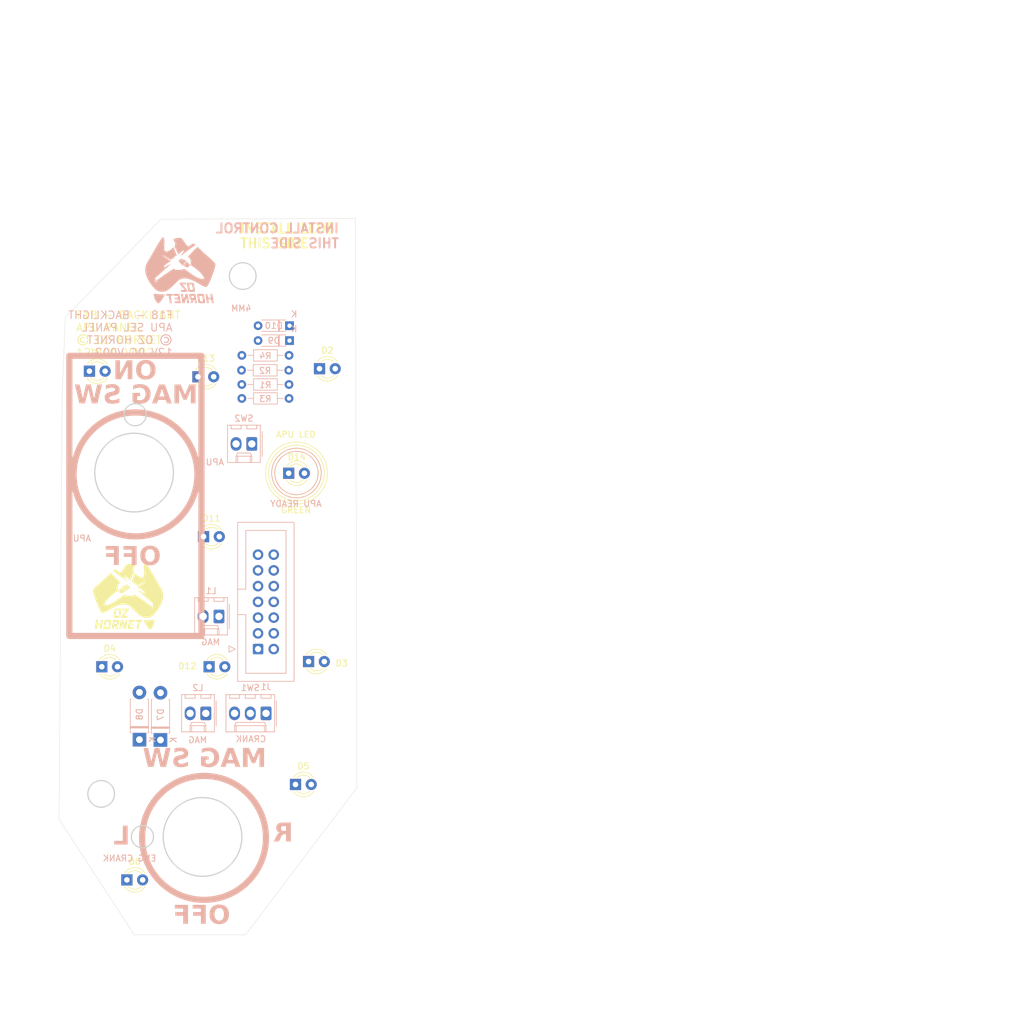
<source format=kicad_pcb>
(kicad_pcb (version 20240108) (generator "pcbnew") (generator_version "8.0")
  (layers (0 "F.Cu" signal) (31 "B.Cu" signal) (34 "B.Paste" user) (35 "F.Paste" user) (36 "B.SilkS" user "B.Silkscreen") (37 "F.SilkS" user "F.Silkscreen") (38 "B.Mask" user) (39 "F.Mask" user) (44 "Edge.Cuts" user))
  (net 0 "")
  (net 1 "Net-(D1-A)")
  (net 2 "Net-(D2-A)")
  (net 3 "Net-(D3-A)")
  (net 4 "Net-(D4-A)")
  (net 5 "Net-(D5-A)")
  (net 6 "/BACKLIGHT_GND")
  (net 7 "Net-(D6-A)")
  (net 8 "/APU_MAG_SW")
  (net 9 "/EXT+12V")
  (net 10 "/CRANK_MAG_SW")
  (net 11 "/Col1")
  (net 12 "/Col2")
  (net 13 "/Row1")
  (net 14 "/Row2")
  (net 15 "/APU_LED_RES")
  (net 16 "Net-(D14-A)")
  (net 17 "/GND")
  (net 18 "Net-(D9-K)")
  (net 19 "Net-(D10-K)")
  (net 20 "Net-(D11-A)")
  (net 21 "Net-(D12-A)")
  (net 22 "Net-(D13-A)")
  (footprint "LED_THT:LED_D3.0mm_FlatTop" (layer "F.Cu") (at 132.5288 144.3675)
    (property "Reference" "D5" (at 1.27 -2.96 0) (layer "F.SilkS"))
    (property "Value" "LED")
    (pad "1" thru_hole rect (at 0 0) (size 1.8 1.8) (drill 0.9) (layers "*.Cu" "*.Mask") (net 4 "Net-(D4-A)"))
    (pad "2" thru_hole circle (at 2.54 0) (size 1.8 1.8) (drill 0.9) (layers "*.Cu" "*.Mask") (net 5 "Net-(D5-A)"))
  )
  (footprint "LED_THT:LED_D3.0mm_FlatTop" (layer "F.Cu") (at 136.4038 77.2675)
    (property "Reference" "D2" (at 1.27 -2.96 0) (layer "F.SilkS"))
    (property "Value" "LED")
    (pad "1" thru_hole rect (at 0 0) (size 1.8 1.8) (drill 0.9) (layers "*.Cu" "*.Mask") (net 1 "Net-(D1-A)"))
    (pad "2" thru_hole circle (at 2.54 0) (size 1.8 1.8) (drill 0.9) (layers "*.Cu" "*.Mask") (net 2 "Net-(D2-A)"))
  )
  (footprint "LED_THT:LED_D3.0mm_FlatTop" (layer "F.Cu") (at 117.6888 104.3675)
    (property "Reference" "D11" (at 1.27 -2.96 0) (layer "F.SilkS"))
    (property "Value" "LED")
    (pad "1" thru_hole rect (at 0 0) (size 1.8 1.8) (drill 0.9) (layers "*.Cu" "*.Mask") (net 6 "/BACKLIGHT_GND"))
    (pad "2" thru_hole circle (at 2.54 0) (size 1.8 1.8) (drill 0.9) (layers "*.Cu" "*.Mask") (net 20 "Net-(D11-A)"))
  )
  (footprint "LED_THT:LED_D3.0mm_FlatTop" (layer "F.Cu") (at 134.6438 124.5325)
    (property "Reference" "D3" (at 5.335 0.285 0) (layer "F.SilkS"))
    (property "Value" "LED")
    (pad "1" thru_hole rect (at 0 0) (size 1.8 1.8) (drill 0.9) (layers "*.Cu" "*.Mask") (net 2 "Net-(D2-A)"))
    (pad "2" thru_hole circle (at 2.54 0) (size 1.8 1.8) (drill 0.9) (layers "*.Cu" "*.Mask") (net 3 "Net-(D3-A)"))
  )
  (footprint "LED_THT:LED_D3.0mm_FlatTop" (layer "F.Cu") (at 105.3038 159.7675)
    (property "Reference" "D6" (at 1.27 -2.96 0) (layer "F.SilkS"))
    (property "Value" "LED")
    (pad "1" thru_hole rect (at 0 0) (size 1.8 1.8) (drill 0.9) (layers "*.Cu" "*.Mask") (net 5 "Net-(D5-A)"))
    (pad "2" thru_hole circle (at 2.54 0) (size 1.8 1.8) (drill 0.9) (layers "*.Cu" "*.Mask") (net 7 "Net-(D6-A)"))
  )
  (footprint "LED_THT:LED_D3.0mm_FlatTop" (layer "F.Cu") (at 99.2538 77.6675)
    (property "Reference" "D1" (at 1.27 -2.96 0) (layer "F.SilkS"))
    (property "Value" "LED")
    (pad "1" thru_hole rect (at 0 0) (size 1.8 1.8) (drill 0.9) (layers "*.Cu" "*.Mask") (net 6 "/BACKLIGHT_GND"))
    (pad "2" thru_hole circle (at 2.54 0) (size 1.8 1.8) (drill 0.9) (layers "*.Cu" "*.Mask") (net 1 "Net-(D1-A)"))
  )
  (footprint "LED_THT:LED_D3.0mm_FlatTop" (layer "F.Cu") (at 131.4294 94.1412)
    (property "Reference" "D14" (at 1.298347 -2.621345 0) (layer "F.SilkS"))
    (property "Value" "LED")
    (pad "1" thru_hole rect (at 0 0) (size 1.8 1.8) (drill 0.9) (layers "*.Cu" "*.Mask") (net 17 "/GND"))
    (pad "2" thru_hole circle (at 2.54 0) (size 1.8 1.8) (drill 0.9) (layers "*.Cu" "*.Mask") (net 16 "Net-(D14-A)"))
  )
  (footprint "LED_THT:LED_D3.0mm_FlatTop" (layer "F.Cu") (at 118.5788 125.3675)
    (property "Reference" "D12" (at -3.516751 -0.120106 0) (layer "F.SilkS"))
    (property "Value" "LED")
    (pad "1" thru_hole rect (at 0 0) (size 1.8 1.8) (drill 0.9) (layers "*.Cu" "*.Mask") (net 20 "Net-(D11-A)"))
    (pad "2" thru_hole circle (at 2.54 0) (size 1.8 1.8) (drill 0.9) (layers "*.Cu" "*.Mask") (net 21 "Net-(D12-A)"))
  )
  (footprint "LED_THT:LED_D3.0mm_FlatTop" (layer "F.Cu") (at 116.7788 78.5675)
    (property "Reference" "D13" (at 1.27 -2.96 0) (layer "F.SilkS"))
    (property "Value" "LED")
    (pad "1" thru_hole rect (at 0 0) (size 1.8 1.8) (drill 0.9) (layers "*.Cu" "*.Mask") (net 21 "Net-(D12-A)"))
    (pad "2" thru_hole circle (at 2.54 0) (size 1.8 1.8) (drill 0.9) (layers "*.Cu" "*.Mask") (net 22 "Net-(D13-A)"))
  )
  (footprint "LED_THT:LED_D3.0mm_FlatTop" (layer "F.Cu") (at 101.2538 125.3675)
    (property "Reference" "D4" (at 1.27 -2.96 0) (layer "F.SilkS"))
    (property "Value" "LED")
    (pad "1" thru_hole rect (at 0 0) (size 1.8 1.8) (drill 0.9) (layers "*.Cu" "*.Mask") (net 6 "/BACKLIGHT_GND"))
    (pad "2" thru_hole circle (at 2.54 0) (size 1.8 1.8) (drill 0.9) (layers "*.Cu" "*.Mask") (net 4 "Net-(D4-A)"))
  )
  (footprint "Connector_Molex:Molex_KK-254_AE-6410-02A_1x02_P2.54mm_Vertical" (layer "B.Cu") (at 118.0488 132.8875 180)
    (property "Reference" "L2" (at 1.27 4.12 0) (layer "B.SilkS") (effects (justify mirror)))
    (property "Value" "Crank Coil")
    (pad "1" thru_hole roundrect (at 0 0 180) (size 1.74 2.19) (drill 1.19) (layers "*.Cu" "*.Mask") (roundrect_rratio 0.143678) (net 9 "/EXT+12V"))
    (pad "2" thru_hole oval (at 2.54 0 180) (size 1.74 2.19) (drill 1.19) (layers "*.Cu" "*.Mask") (net 10 "/CRANK_MAG_SW"))
  )
  (footprint "Connector_Molex:Molex_KK-254_AE-6410-03A_1x03_P2.54mm_Vertical" (layer "B.Cu") (at 127.7688 132.8875 180)
    (property "Reference" "SW1" (at 2.54 4.12 0) (layer "B.SilkS") (effects (justify mirror)))
    (property "Value" "ENG CRANK")
    (pad "1" thru_hole roundrect (at 0 0 180) (size 1.74 2.19) (drill 1.19) (layers "*.Cu" "*.Mask") (roundrect_rratio 0.143678) (net 13 "/Row1"))
    (pad "2" thru_hole oval (at 2.54 0 180) (size 1.74 2.19) (drill 1.19) (layers "*.Cu" "*.Mask") (net 18 "Net-(D9-K)"))
    (pad "3" thru_hole oval (at 5.08 0 180) (size 1.74 2.19) (drill 1.19) (layers "*.Cu" "*.Mask") (net 14 "/Row2"))
  )
  (footprint "Diode_THT:D_DO-41_SOD81_P7.62mm_Horizontal" (layer "B.Cu") (at 110.7288 137.1875 90)
    (property "Reference" "D7" (at 4.0915 0.0152 -90) (layer "B.SilkS") (effects (justify mirror)))
    (property "Value" "D")
    (fp_text user "K" (at 0 2.1 -90) (layer "B.SilkS") (effects (justify mirror)))
    (pad "1" thru_hole rect (at 0 0 90) (size 2.2 2.2) (drill 1.1) (layers "*.Cu" "*.Mask") (net 9 "/EXT+12V"))
    (pad "2" thru_hole oval (at 7.62 0 90) (size 2.2 2.2) (drill 1.1) (layers "*.Cu" "*.Mask") (net 8 "/APU_MAG_SW"))
  )
  (footprint "Resistor_THT:R_Axial_DIN0204_L3.6mm_D1.6mm_P7.62mm_Horizontal" (layer "B.Cu") (at 131.4888 75.1175 180)
    (property "Reference" "R4" (at 3.8284 -0.0761 0) (layer "B.SilkS") (effects (justify mirror)))
    (property "Value" "R")
    (pad "1" thru_hole circle (at 0 0 180) (size 1.4 1.4) (drill 0.7) (layers "*.Cu" "*.Mask") (net 22 "Net-(D13-A)"))
    (pad "2" thru_hole oval (at 7.62 0 180) (size 1.4 1.4) (drill 0.7) (layers "*.Cu" "*.Mask") (net 9 "/EXT+12V"))
  )
  (footprint "Resistor_THT:R_Axial_DIN0204_L3.6mm_D1.6mm_P7.62mm_Horizontal" (layer "B.Cu") (at 131.4388 77.5175 180)
    (property "Reference" "R2" (at 3.8284 -0.0761 0) (layer "B.SilkS") (effects (justify mirror)))
    (property "Value" "R")
    (pad "1" thru_hole circle (at 0 0 180) (size 1.4 1.4) (drill 0.7) (layers "*.Cu" "*.Mask") (net 7 "Net-(D6-A)"))
    (pad "2" thru_hole oval (at 7.62 0 180) (size 1.4 1.4) (drill 0.7) (layers "*.Cu" "*.Mask") (net 9 "/EXT+12V"))
  )
  (footprint "Library:D_A-405_P7.62mm_Horizontal-SIGNAL" (layer "B.Cu") (at 132.3045 70.3675 180)
    (property "Reference" "D10" (at 3.2725 0.038 180) (layer "B.SilkS") (effects (justify mirror)))
    (property "Value" "D")
    (fp_text user "K" (at 0 1.9 180) (layer "B.SilkS") (effects (justify mirror)))
    (pad "1" thru_hole rect (at 0.74 0.038 180) (size 1.4 1.4) (drill 0.7) (layers "*.Cu" "*.Mask") (net 19 "Net-(D10-K)"))
    (pad "2" thru_hole oval (at 5.82 0.038 180) (size 1.4 1.4) (drill 0.7) (layers "*.Cu" "*.Mask") (net 12 "/Col2"))
  )
  (footprint "Diode_THT:D_DO-41_SOD81_P7.62mm_Horizontal" (layer "B.Cu") (at 107.3288 137.1275 90)
    (property "Reference" "D8" (at 4.0915 0.0152 -90) (layer "B.SilkS") (effects (justify mirror)))
    (property "Value" "D")
    (fp_text user "K" (at 0 2.1 -90) (layer "B.SilkS") (effects (justify mirror)))
    (pad "1" thru_hole rect (at 0 0 90) (size 2.2 2.2) (drill 1.1) (layers "*.Cu" "*.Mask") (net 9 "/EXT+12V"))
    (pad "2" thru_hole oval (at 7.62 0 90) (size 2.2 2.2) (drill 1.1) (layers "*.Cu" "*.Mask") (net 10 "/CRANK_MAG_SW"))
  )
  (footprint "Resistor_THT:R_Axial_DIN0204_L3.6mm_D1.6mm_P7.62mm_Horizontal" (layer "B.Cu") (at 131.4888 82.0675 180)
    (property "Reference" "R3" (at 3.8284 -0.0761 0) (layer "B.SilkS") (effects (justify mirror)))
    (property "Value" "R")
    (pad "1" thru_hole circle (at 0 0 180) (size 1.4 1.4) (drill 0.7) (layers "*.Cu" "*.Mask") (net 15 "/APU_LED_RES"))
    (pad "2" thru_hole oval (at 7.62 0 180) (size 1.4 1.4) (drill 0.7) (layers "*.Cu" "*.Mask") (net 16 "Net-(D14-A)"))
  )
  (footprint "Resistor_THT:R_Axial_DIN0204_L3.6mm_D1.6mm_P7.62mm_Horizontal" (layer "B.Cu") (at 131.4788 79.8175 180)
    (property "Reference" "R1" (at 3.8284 -0.0761 0) (layer "B.SilkS") (effects (justify mirror)))
    (property "Value" "R")
    (pad "1" thru_hole circle (at 0 0 180) (size 1.4 1.4) (drill 0.7) (layers "*.Cu" "*.Mask") (net 3 "Net-(D3-A)"))
    (pad "2" thru_hole oval (at 7.62 0 180) (size 1.4 1.4) (drill 0.7) (layers "*.Cu" "*.Mask") (net 9 "/EXT+12V"))
  )
  (footprint "Connector_Molex:Molex_KK-254_AE-6410-02A_1x02_P2.54mm_Vertical" (layer "B.Cu") (at 120.1674 117.2464 180)
    (property "Reference" "L1" (at 1.27 4.12 0) (layer "B.SilkS") (effects (justify mirror)))
    (property "Value" "APU Coil")
    (pad "1" thru_hole roundrect (at 0 0 180) (size 1.74 2.19) (drill 1.19) (layers "*.Cu" "*.Mask") (roundrect_rratio 0.143678) (net 9 "/EXT+12V"))
    (pad "2" thru_hole oval (at 2.54 0 180) (size 1.74 2.19) (drill 1.19) (layers "*.Cu" "*.Mask") (net 8 "/APU_MAG_SW"))
  )
  (footprint "Connector_Molex:Molex_KK-254_AE-6410-02A_1x02_P2.54mm_Vertical" (layer "B.Cu") (at 125.476 89.408 180)
    (property "Reference" "SW2" (at 1.27 4.12 0) (layer "B.SilkS") (effects (justify mirror)))
    (property "Value" "APU")
    (pad "1" thru_hole roundrect (at 0 0 180) (size 1.74 2.19) (drill 1.19) (layers "*.Cu" "*.Mask") (roundrect_rratio 0.143678) (net 19 "Net-(D10-K)"))
    (pad "2" thru_hole oval (at 2.54 0 180) (size 1.74 2.19) (drill 1.19) (layers "*.Cu" "*.Mask") (net 13 "/Row1"))
  )
  (footprint "Connector_IDC:IDC-Header_2x07_P2.54mm_Vertical" (layer "B.Cu") (at 126.4788 122.5175)
    (property "Reference" "J1" (at 1.27 6.1 0) (layer "B.SilkS") (effects (justify mirror)))
    (property "Value" "Conn_02x07_Top_Bottom")
    (pad "1" thru_hole roundrect (at 0 0) (size 1.7 1.7) (drill 1) (layers "*.Cu" "*.Mask") (roundrect_rratio 0.147059) (net 9 "/EXT+12V"))
    (pad "2" thru_hole circle (at 2.54 0) (size 1.7 1.7) (drill 1) (layers "*.Cu" "*.Mask") (net 6 "/BACKLIGHT_GND"))
    (pad "3" thru_hole circle (at 0 -2.54) (size 1.7 1.7) (drill 1) (layers "*.Cu" "*.Mask"))
    (pad "4" thru_hole circle (at 2.54 -2.54) (size 1.7 1.7) (drill 1) (layers "*.Cu" "*.Mask"))
    (pad "5" thru_hole circle (at 0 -5.08) (size 1.7 1.7) (drill 1) (layers "*.Cu" "*.Mask") (net 11 "/Col1"))
    (pad "6" thru_hole circle (at 2.54 -5.08) (size 1.7 1.7) (drill 1) (layers "*.Cu" "*.Mask") (net 12 "/Col2"))
    (pad "7" thru_hole circle (at 0 -7.62) (size 1.7 1.7) (drill 1) (layers "*.Cu" "*.Mask") (net 13 "/Row1"))
    (pad "8" thru_hole circle (at 2.54 -7.62) (size 1.7 1.7) (drill 1) (layers "*.Cu" "*.Mask") (net 14 "/Row2"))
    (pad "9" thru_hole circle (at 0 -10.16) (size 1.7 1.7) (drill 1) (layers "*.Cu" "*.Mask") (net 15 "/APU_LED_RES"))
    (pad "10" thru_hole circle (at 2.54 -10.16) (size 1.7 1.7) (drill 1) (layers "*.Cu" "*.Mask") (net 17 "/GND"))
    (pad "11" thru_hole circle (at 0 -12.7) (size 1.7 1.7) (drill 1) (layers "*.Cu" "*.Mask"))
    (pad "12" thru_hole circle (at 2.54 -12.7) (size 1.7 1.7) (drill 1) (layers "*.Cu" "*.Mask") (net 10 "/CRANK_MAG_SW"))
    (pad "13" thru_hole circle (at 0 -15.24) (size 1.7 1.7) (drill 1) (layers "*.Cu" "*.Mask") (net 8 "/APU_MAG_SW"))
    (pad "14" thru_hole circle (at 2.54 -15.24) (size 1.7 1.7) (drill 1) (layers "*.Cu" "*.Mask") (net 9 "/EXT+12V"))
  )
  (footprint "Library:D_A-405_P7.62mm_Horizontal-SIGNAL" (layer "B.Cu") (at 132.3045 72.7675 180)
    (property "Reference" "D9" (at 3.2725 0.038 180) (layer "B.SilkS") (effects (justify mirror)))
    (property "Value" "D")
    (fp_text user "K" (at 0 1.9 180) (layer "B.SilkS") (effects (justify mirror)))
    (pad "1" thru_hole rect (at 0.74 0.038 180) (size 1.4 1.4) (drill 0.7) (layers "*.Cu" "*.Mask") (net 18 "Net-(D9-K)"))
    (pad "2" thru_hole oval (at 5.82 0.038 180) (size 1.4 1.4) (drill 0.7) (layers "*.Cu" "*.Mask") (net 11 "/Col1"))
  )
  (gr_poly (pts (xy 116.852797 65.203892) (xy 116.839169 65.204464) (xy 116.825666 65.205358) (xy 116.812333 65.206628) (xy 116.799217 65.208326) (xy 116.786363 65.210506) (xy 116.773816 65.213222) (xy 116.761623 65.216526) (xy 116.749829 65.220474) (xy 116.73848 65.225117) (xy 116.727621 65.23051) (xy 116.717299 65.236707) (xy 116.70756 65.243759) (xy 116.698448 65.251722) (xy 116.694141 65.256061) (xy 116.690009 65.260648) (xy 116.690009 65.260647) (xy 116.683811 65.268511) (xy 116.678211 65.276837) (xy 116.673206 65.285648) (xy 116.668793 65.294965) (xy 116.66497 65.30481) (xy 116.661732 65.315207) (xy 116.659078 65.326176) (xy 116.657003 65.33774) (xy 116.655505 65.349922) (xy 116.65458 65.362742) (xy 116.654226 65.376224) (xy 116.65444 65.390388) (xy 116.655217 65.405259) (xy 116.656556 65.420856) (xy 116.658453 65.437204) (xy 116.660905 65.454323) (xy 116.819655 66.45339) (xy 116.822797 66.471674) (xy 116.826317 66.489039) (xy 116.830216 66.505505) (xy 116.834491 66.521096) (xy 116.839143 66.535833) (xy 116.844169 66.549739) (xy 116.849571 66.562837) (xy 116.855345 66.575147) (xy 116.861492 66.586694) (xy 116.868011 66.597498) (xy 116.8749 66.607583) (xy 116.882158 66.61697) (xy 116.889786 66.625682) (xy 116.897781 66.633741) (xy 116.906144 66.64117) (xy 116.914872 66.64799) (xy 116.923966 66.654225) (xy 116.933423 66.659895) (xy 116.943244 66.665024) (xy 116.953427 66.669634) (xy 116.963972 66.673748) (xy 116.974877 66.677386) (xy 116.986142 66.680572) (xy 116.997765 66.683329) (xy 117.022084 66.68764) (xy 117.047827 66.690499) (xy 117.074985 66.692084) (xy 117.103553 66.692573) (xy 117.706803 66.692573) (xy 117.73446 66.692178) (xy 117.748199 66.691603) (xy 117.761816 66.690704) (xy 117.775264 66.689427) (xy 117.788496 66.687717) (xy 117.801465 66.685521) (xy 117.814125 66.682783) (xy 117.826428 66.67945) (xy 117.838327 66.675468) (xy 117.849777 66.670781) (xy 117.860729 66.665337) (xy 117.871136 66.65908) (xy 117.880953 66.651957) (xy 117.890132 66.643913) (xy 117.894467 66.639529) (xy 117.898626 66.634894) (xy 117.904784 66.627103) (xy 117.91036 66.618803) (xy 117.915356 66.60998) (xy 117.919772 66.600622) (xy 117.92361 66.590715) (xy 117.926871 66.580246) (xy 117.929556 66.569202) (xy 117.931666 66.55757) (xy 117.933202 66.545336) (xy 117.934166 66.532487) (xy 117.934559 66.51901) (xy 117.934382 66.504893) (xy 117.933636 66.490121) (xy 117.932322 66.474682) (xy 117.930441 66.458562) (xy 117.927995 66.441749) (xy 117.920091 66.392007) (xy 117.608907 66.392007) (xy 117.148797 66.392007) (xy 117.142455 66.391994) (xy 117.135171 66.391907) (xy 117.131469 66.391813) (xy 117.127886 66.391672) (xy 117.124539 66.391475) (xy 117.121544 66.391213) (xy 117.121135 66.38956) (xy 117.120697 66.387567) (xy 117.120228 66.385213) (xy 117.119726 66.382482) (xy 117.119186 66.379353) (xy 117.118605 66.375809) (xy 117.117981 66.371831) (xy 117.117311 66.3674) (xy 116.982109 65.518882) (xy 116.981084 65.510084) (xy 116.980658 65.506455) (xy 116.980257 65.503271) (xy 116.995867 65.503271) (xy 116.995868 65.503799) (xy 117.438516 65.503799) (xy 117.44513 65.503816) (xy 117.452935 65.503932) (xy 117.45685 65.504058) (xy 117.460542 65.504246) (xy 117.463837 65.504509) (xy 117.465281 65.504672) (xy 117.466562 65.504858) (xy 117.467006 65.506144) (xy 117.467541 65.507855) (xy 117.468157 65.510044) (xy 117.468843 65.512762) (xy 117.469211 65.514337) (xy 117.469592 65.516064) (xy 117.469987 65.51795) (xy 117.470394 65.520002) (xy 117.470811 65.522225) (xy 117.471239 65.524627) (xy 117.471674 65.527215) (xy 117.472118 65.529994) (xy 117.60732 66.376926) (xy 117.607865 66.381551) (xy 117.608312 66.385557) (xy 117.608659 66.389017) (xy 117.608907 66.392007) (xy 117.920091 66.392007) (xy 117.769245 65.442682) (xy 117.766101 65.424397) (xy 117.762574 65.407032) (xy 117.758664 65.390566) (xy 117.754373 65.374975) (xy 117.749701 65.360238) (xy 117.74465 65.346332) (xy 117.739221 65.333234) (xy 117.733414 65.320924) (xy 117.727231 65.309377) (xy 117.720673 65.298573) (xy 117.713741 65.288488) (xy 117.706435 65.279101) (xy 117.698757 65.270389) (xy 117.690707 65.262329) (xy 117.682288 65.254901) (xy 117.673499 65.24808) (xy 117.664342 65.241846) (xy 117.654817 65.236175) (xy 117.644927 65.231046) (xy 117.634672 65.226436) (xy 117.624052 65.222323) (xy 117.613069 65.218684) (xy 117.601724 65.215498) (xy 117.590018 65.212742) (xy 117.565528 65.20843) (xy 117.539605 65.205571) (xy 117.512258 65.203987) (xy 117.483495 65.203498) (xy 116.880245 65.203498)) (stroke (width -0.000001)) (fill solid) (layer "B.SilkS"))
  (gr_poly (pts (xy 111.119685 56.07721) (xy 111.075151 56.096209) (xy 111.026095 56.127085) (xy 110.97232 56.170532) (xy 110.913627 56.227244) (xy 110.605254 56.691733) (xy 110.310968 57.165526) (xy 110.026895 57.646073) (xy 109.749162 58.130821) (xy 109.197229 59.102715) (xy 108.915283 59.584756) (xy 108.624187 60.060791) (xy 108.624715 60.059735) (xy 108.555705 60.180732) (xy 108.494449 60.302239) (xy 108.440833 60.424276) (xy 108.394743 60.546861) (xy 108.356062 60.670016) (xy 108.324678 60.793759) (xy 108.300474 60.918111) (xy 108.283337 61.043091) (xy 108.273151 61.16872) (xy 108.269802 61.295016) (xy 108.273174 61.421999) (xy 108.283155 61.54969) (xy 108.299628 61.678108) (xy 108.322479 61.807273) (xy 108.351593 61.937204) (xy 108.386855 62.067922) (xy 108.440858 62.240764) (xy 108.500197 62.408305) (xy 108.564761 62.570919) (xy 108.634435 62.728979) (xy 108.709105 62.882857) (xy 108.788658 63.032928) (xy 108.872981 63.179563) (xy 108.96196 63.323138) (xy 109.055481 63.464024) (xy 109.153431 63.602595) (xy 109.255696 63.739225) (xy 109.362163 63.874286) (xy 109.472718 64.008151) (xy 109.587247 64.141195) (xy 109.705638 64.27379) (xy 109.827775 64.406309) (xy 109.913224 64.48936) (xy 110.00618 64.564225) (xy 110.105934 64.63082) (xy 110.211776 64.689058) (xy 110.322999 64.738853) (xy 110.438891 64.780119) (xy 110.558745 64.81277) (xy 110.68185 64.83672) (xy 110.807498 64.851883) (xy 110.934979 64.858173) (xy 111.063584 64.855504) (xy 111.192603 64.843789) (xy 111.321329 64.822944) (xy 111.44905 64.792881) (xy 111.575058 64.753515) (xy 111.698644 64.704759) (xy 111.735024 64.688448) (xy 111.771299 64.671372) (xy 111.807418 64.653537) (xy 111.843325 64.634955) (xy 111.878968 64.615633) (xy 111.914291 64.59558) (xy 111.949241 64.574806) (xy 111.983765 64.553318) (xy 112.017808 64.531127) (xy 112.051317 64.508242) (xy 112.084237 64.48467) (xy 112.116515 64.460421) (xy 112.148097 64.435504) (xy 112.17893 64.409927) (xy 112.208958 64.3837) (xy 112.238128 64.356832) (xy 112.390186 64.212698) (xy 112.539443 64.073509) (xy 112.83235 63.802365) (xy 112.977393 63.666609) (xy 113.122428 63.528195) (xy 113.268151 63.385223) (xy 113.41526 63.235793) (xy 113.50377 63.144254) (xy 113.5952 63.062396) (xy 113.689367 62.98989) (xy 113.786087 62.926405) (xy 113.885179 62.871612) (xy 113.986458 62.82518) (xy 114.089743 62.786779) (xy 114.19485 62.756079) (xy 114.301598 62.732749) (xy 114.409802 62.716461) (xy 114.519281 62.706883) (xy 114.629851 62.703686) (xy 114.741329 62.706539) (xy 114.853534 62.715112) (xy 114.966282 62.729076) (xy 115.07939 62.7481) (xy 115.305955 62.800007) (xy 115.531769 62.868193) (xy 115.755367 62.950016) (xy 115.975289 63.042837) (xy 116.190072 63.144014) (xy 116.398253 63.250906) (xy 116.598371 63.360873) (xy 116.788962 63.471272) (xy 117.319021 63.79575) (xy 117.45435 63.871917) (xy 117.523052 63.907711) (xy 117.592596 63.941606) (xy 117.663094 63.973319) (xy 117.734656 64.00257) (xy 117.807397 64.029078) (xy 117.881426 64.052561) (xy 117.924011 64.063298) (xy 117.944382 64.067665) (xy 117.964164 64.071351) (xy 117.983378 64.074347) (xy 118.002044 64.076643) (xy 118.020182 64.078232) (xy 118.037811 64.079102) (xy 118.054953 64.079246) (xy 118.071625 64.078653) (xy 118.087849 64.077314) (xy 118.103645 64.07522) (xy 118.119032 64.072362) (xy 118.134031 64.068731) (xy 118.148661 64.064316) (xy 118.162943 64.05911) (xy 118.176896 64.053101) (xy 118.19054 64.046282) (xy 118.203895 64.038643) (xy 118.216982 64.030175) (xy 118.22982 64.020868) (xy 118.242429 64.010713) (xy 118.254829 63.9997) (xy 118.26704 63.987821) (xy 118.279082 63.975066) (xy 118.290975 63.961426) (xy 118.302739 63.946891) (xy 118.314394 63.931452) (xy 118.32596 63.9151) (xy 118.337456 63.897826) (xy 118.348904 63.87962) (xy 118.360322 63.860474) (xy 118.403022 63.786097) (xy 118.444947 63.711199) (xy 118.486017 63.63578) (xy 118.52615 63.559841) (xy 118.565266 63.48338) (xy 118.603284 63.406399) (xy 118.640124 63.328897) (xy 118.675705 63.250873) (xy 118.805831 62.952224) (xy 118.930499 62.651588) (xy 119.04971 62.348961) (xy 119.163465 62.04434) (xy 119.271762 61.737723) (xy 119.374602 61.429105) (xy 119.471985 61.118485) (xy 119.563912 60.805858) (xy 119.580021 60.742268) (xy 119.586396 60.711101) (xy 119.591656 60.680342) (xy 119.595805 60.649985) (xy 119.598846 60.620022) (xy 119.600783 60.590445) (xy 119.601619 60.561247) (xy 119.601358 60.532421) (xy 119.600003 60.503959) (xy 119.597558 60.475854) (xy 119.594026 60.448099) (xy 119.589411 60.420685) (xy 119.583717 60.393607) (xy 119.576947 60.366855) (xy 119.569104 60.340423) (xy 119.560192 60.314304) (xy 119.550215 60.28849) (xy 119.539176 60.262973) (xy 119.527079 60.237746) (xy 119.513927 60.212802) (xy 119.499724 60.188133) (xy 119.484473 60.163733) (xy 119.468178 60.139592) (xy 119.432469 60.092064) (xy 119.392626 60.045488) (xy 119.348678 59.999806) (xy 119.300651 59.954959) (xy 117.99996 58.788146) (xy 117.354798 58.199084) (xy 117.034967 57.901577) (xy 116.717524 57.60149) (xy 116.647178 57.673886) (xy 116.577031 57.746481) (xy 116.543949 57.781113) (xy 116.511017 57.815968) (xy 116.478283 57.85107) (xy 116.445797 57.886446) (xy 116.443009 57.889381) (xy 116.440193 57.892132) (xy 116.437343 57.894691) (xy 116.434449 57.897054) (xy 116.431504 57.899216) (xy 116.428501 57.901171) (xy 116.425429 57.902913) (xy 116.422282 57.904438) (xy 116.419052 57.905739) (xy 116.415729 57.906812) (xy 116.412307 57.90765) (xy 116.408776 57.908249) (xy 116.405129 57.908603) (xy 116.401358 57.908707) (xy 116.397454 57.908555) (xy 116.39341 57.908142) (xy 116.388872 57.907616) (xy 116.384478 57.907332) (xy 116.380219 57.907295) (xy 116.376084 57.907514) (xy 116.372061 57.907992) (xy 116.368142 57.908737) (xy 116.364314 57.909755) (xy 116.360568 57.911052) (xy 116.356894 57.912635) (xy 116.353281 57.914508) (xy 116.349717 57.91668) (xy 116.346194 57.919155) (xy 116.3427 57.921941) (xy 116.339226 57.925042) (xy 116.335759 57.928466) (xy 116.332291 57.932219) (xy 116.305362 57.962429) (xy 116.278188 57.992375) (xy 116.223316 58.051712) (xy 116.112951 58.169815) (xy 116.020777 58.269861) (xy 115.928801 58.370104) (xy 115.740153 58.575157) (xy 115.553358 58.778357) (xy 115.313381 59.038971) (xy 115.233146 59.127342) (xy 115.152514 59.216506) (xy 115.15943 59.228228) (xy 115.16293 59.233836) (xy 115.166516 59.23924) (xy 115.170231 59.244413) (xy 115.174117 59.249328) (xy 115.178218 59.253958) (xy 115.182577 59.258277) (xy 115.187237 59.262259) (xy 115.189693 59.264114) (xy 115.19224 59.265875) (xy 115.194884 59.267539) (xy 115.19763 59.269101) (xy 115.200484 59.270558) (xy 115.20345 59.271908) (xy 115.206535 59.273146) (xy 115.209743 59.27427) (xy 115.21308 59.275276) (xy 115.216552 59.27616) (xy 115.220163 59.27692) (xy 115.223919 59.277552) (xy 115.227826 59.278053) (xy 115.231889 59.278419) (xy 115.237199 59.279003) (xy 115.242512 59.279943) (xy 115.247822 59.281211) (xy 115.253126 59.282776) (xy 115.258419 59.284612) (xy 115.263696 59.286688) (xy 115.268955 59.288977) (xy 115.274189 59.29145) (xy 115.279396 59.294077) (xy 115.284571 59.296831) (xy 115.294806 59.302604) (xy 115.314704 59.314402) (xy 115.334549 59.326941) (xy 115.353338 59.340321) (xy 115.371118 59.354503) (xy 115.387935 59.369448) (xy 115.403838 59.385117) (xy 115.418874 59.401471) (xy 115.43309 59.418471) (xy 115.446532 59.436078) (xy 115.459249 59.454251) (xy 115.471288 59.472953) (xy 115.482696 59.492144) (xy 115.493521 59.511786) (xy 115.503809 59.531838) (xy 115.513607 59.552261) (xy 115.522964 59.573017) (xy 115.531927 59.594067) (xy 115.544445 59.626208) (xy 115.555677 59.658708) (xy 115.565725 59.691531) (xy 115.57469 59.724639) (xy 115.582676 59.757995) (xy 115.589784 59.791562) (xy 115.596117 59.825303) (xy 115.601777 59.85918) (xy 115.604559 59.878375) (xy 115.60682 59.897652) (xy 115.60866 59.91699) (xy 115.610177 59.936372) (xy 115.615006 60.013961) (xy 115.616812 60.042379) (xy 115.618346 60.070847) (xy 115.618863 60.085083) (xy 115.619136 60.099314) (xy 115.619104 60.113532) (xy 115.61871 60.127732) (xy 115.616537 60.169865) (xy 115.613575 60.211886) (xy 115.60951 60.253733) (xy 115.604026 60.295345) (xy 115.600652 60.316044) (xy 115.596804 60.33666) (xy 115.592444 60.357186) (xy 115.58753 60.377614) (xy 115.582025 60.397937) (xy 115.575888 60.418147) (xy 115.569079 60.438236) (xy 115.56156 60.458197) (xy 115.559492 60.463028) (xy 115.557269 60.467825) (xy 115.554909 60.472628) (xy 115.552432 60.477478) (xy 115.547198 60.487478) (xy 115.544479 60.492709) (xy 115.541716 60.498148) (xy 115.598502 60.538166) (xy 115.656281 60.578582) (xy 115.884153 60.737431) (xy 116.111629 60.896875) (xy 116.268923 61.008926) (xy 116.347075 61.065721) (xy 116.424631 61.123358) (xy 116.489449 61.172786) (xy 116.553648 61.223106) (xy 116.617103 61.274419) (xy 116.648512 61.300479) (xy 116.679689 61.326823) (xy 116.755831 61.392696) (xy 116.831229 61.459512) (xy 116.980785 61.594582) (xy 117.017318 61.628336) (xy 117.035418 61.645401) (xy 117.05338 61.662612) (xy 117.07118 61.679984) (xy 117.088797 61.697533) (xy 117.106209 61.715274) (xy 117.123395 61.733223) (xy 117.178983 61.79276) (xy 117.233532 61.853175) (xy 117.286897 61.914575) (xy 117.338931 61.97707) (xy 117.38949 62.040768) (xy 117.438427 62.105777) (xy 117.485597 62.172207) (xy 117.530853 62.240165) (xy 117.567301 62.298613) (xy 117.601968 62.357904) (xy 117.634763 62.418089) (xy 117.665592 62.479216) (xy 117.694363 62.541335) (xy 117.720981 62.604496) (xy 117.745355 62.668749) (xy 117.767391 62.734142) (xy 117.76999 62.742595) (xy 117.772459 62.751113) (xy 117.77718 62.768505) (xy 117.78697 62.805844) (xy 117.742851 62.806208) (xy 117.722006 62.806179) (xy 117.711736 62.805971) (xy 117.701509 62.80558) (xy 117.677701 62.804191) (xy 117.653918 62.802405) (xy 117.630184 62.800222) (xy 117.606524 62.797642) (xy 117.495333 62.785471) (xy 117.439837 62.778741) (xy 117.412157 62.774998) (xy 117.384539 62.77092) (xy 117.326991 62.761293) (xy 117.269834 62.750113) (xy 117.213061 62.737438) (xy 117.156666 62.723328) (xy 117.100644 62.707841) (xy 117.044987 62.691036) (xy 116.98969 62.672973) (xy 116.934747 62.653709) (xy 116.860908 62.626246) (xy 116.824154 62.611977) (xy 116.78754 62.59732) (xy 116.751087 62.582254) (xy 116.714816 62.566757) (xy 116.678751 62.550807) (xy 116.642912 62.534383) (xy 116.557509 62.493921) (xy 116.514985 62.473172) (xy 116.472653 62.451997) (xy 116.430568 62.430339) (xy 116.388788 62.408139) (xy 116.347367 62.385336) (xy 116.306362 62.361874) (xy 116.256625 62.3325) (xy 116.207218 62.302553) (xy 116.15812 62.272079) (xy 116.109313 62.241125) (xy 116.012501 62.177959) (xy 115.916631 62.11343) (xy 115.868719 62.080285) (xy 115.821174 62.04661) (xy 115.726858 61.978129) (xy 115.53907 61.839851) (xy 115.208605 61.599345) (xy 114.903805 61.376301) (xy 114.771282 61.279265) (xy 114.638958 61.181832) (xy 114.636687 61.180255) (xy 114.634436 61.178891) (xy 114.632199 61.177729) (xy 114.62997 61.176759) (xy 114.627745 61.175971) (xy 114.625517 61.175353) (xy 114.623281 61.174896) (xy 114.621032 61.174589) (xy 114.618765 61.174421) (xy 114.616473 61.174383) (xy 114.614152 61.174463) (xy 114.611797 61.174651) (xy 114.6094 61.174937) (xy 114.606959 61.17531) (xy 114.604466 61.17576) (xy 114.601916 61.176276) (xy 114.299332 61.23799) (xy 113.996549 61.298513) (xy 113.979734 61.301671) (xy 113.962836 61.304433) (xy 113.945869 61.306847) (xy 113.928849 61.308964) (xy 113.911792 61.310833) (xy 113.894714 61.312503) (xy 113.860554 61.315446) (xy 113.796256 61.320428) (xy 113.731933 61.324938) (xy 113.667561 61.328803) (xy 113.603114 61.33185) (xy 113.58445 61.332311) (xy 113.565767 61.332359) (xy 113.547071 61.332078) (xy 113.528369 61.331553) (xy 113.453625 61.328675) (xy 113.401369 61.32722) (xy 113.388275 61.326717) (xy 113.375192 61.326071) (xy 113.362135 61.325239) (xy 113.349114 61.324177) (xy 113.306824 61.319968) (xy 113.264737 61.314863) (xy 113.222936 61.308536) (xy 113.202168 61.304813) (xy 113.181501 61.300663) (xy 113.160946 61.296044) (xy 113.140512 61.290916) (xy 113.120211 61.285239) (xy 113.100051 61.278971) (xy 113.080043 61.272072) (xy 113.060197 61.264502) (xy 113.040523 61.25622) (xy 113.021031 61.247184) (xy 113.019199 61.246266) (xy 113.017375 61.245301) (xy 113.015563 61.24429) (xy 113.013763 61.243236) (xy 113.011979 61.242139) (xy 113.010213 61.241003) (xy 113.008467 61.239828) (xy 113.006743 61.238618) (xy 113.005045 61.237373) (xy 113.003373 61.236096) (xy 113.001731 61.23479) (xy 113.000121 61.233454) (xy 112.998544 61.232093) (xy 112.997005 61.230707) (xy 112.995504 61.229298) (xy 112.994044 61.227869) (xy 112.967705 61.201977) (xy 112.941491 61.175912) (xy 112.915425 61.149697) (xy 112.889533 61.123359) (xy 112.888021 61.121835) (xy 112.886552 61.120443) (xy 112.885115 61.119193) (xy 112.883696 61.118092) (xy 112.882283 61.117149) (xy 112.881575 61.11674) (xy 112.880864 61.116373) (xy 112.880148 61.11605) (xy 112.879426 61.115772) (xy 112.878697 61.11554) (xy 112.877958 61.115355) (xy 112.877208 61.115218) (xy 112.876446 61.11513) (xy 112.87567 61.115093) (xy 112.874878 61.115106) (xy 112.874069 61.115172) (xy 112.873242 61.115291) (xy 112.872394 61.115465) (xy 112.871525 61.115694) (xy 112.870633 61.11598) (xy 112.869716 61.116324) (xy 112.868772 61.116726) (xy 112.8678 61.117188) (xy 112.8668 61.117711) (xy 112.865768 61.118295) (xy 112.864703 61.118943) (xy 112.863605 61.119655) (xy 112.449267 61.392176) (xy 111.960316 61.71285) (xy 111.599689 61.949652) (xy 111.223717 62.19545) (xy 111.169808 62.231037) (xy 111.142754 62.248656) (xy 111.129159 62.257314) (xy 111.115502 62.265829) (xy 111.112271 62.267878) (xy 111.109237 62.269963) (xy 111.106416 62.272097) (xy 111.103827 62.274292) (xy 111.101486 62.27656) (xy 111.100413 62.277725) (xy 111.09941 62.278912) (xy 111.098476 62.280124) (xy 111.097616 62.281362) (xy 111.09683 62.282627) (xy 111.096121 62.28392) (xy 111.095491 62.285244) (xy 111.094942 62.2866) (xy 111.094477 62.287989) (xy 111.094097 62.289412) (xy 111.093805 62.290872) (xy 111.093602 62.292369) (xy 111.093492 62.293906) (xy 111.093475 62.295483) (xy 111.093554 62.297103) (xy 111.093732 62.298767) (xy 111.09401 62.300475) (xy 111.094391 62.302231) (xy 111.094876 62.304035) (xy 111.095468 62.305888) (xy 111.096169 62.307793) (xy 111.096981 62.30975) (xy 111.097562 62.311143) (xy 111.098065 62.312496) (xy 111.098492 62.31381) (xy 111.098844 62.315085) (xy 111.099122 62.316325) (xy 111.099329 62.317529) (xy 111.099465 62.318699) (xy 111.099532 62.319837) (xy 111.099531 62.320945) (xy 111.099463 62.322022) (xy 111.099331 62.323071) (xy 111.099134 62.324093) (xy 111.098876 62.32509) (xy 111.098557 62.326063) (xy 111.098178 62.327012) (xy 111.097742 62.32794) (xy 111.097249 62.328848) (xy 111.0967 62.329737) (xy 111.096098 62.330609) (xy 111.095444 62.331465) (xy 111.094738 62.332305) (xy 111.093983 62.333133) (xy 111.09318 62.333948) (xy 111.09233 62.334753) (xy 111.090496 62.336336) (xy 111.088491 62.337893) (xy 111.086327 62.339434) (xy 111.084016 62.340971) (xy 110.550352 62.691015) (xy 110.210362 62.914587) (xy 110.176214 62.937536) (xy 110.142165 62.960658) (xy 110.125054 62.972059) (xy 110.107819 62.983234) (xy 110.09041 62.994093) (xy 110.072778 63.004545) (xy 110.070585 63.005845) (xy 110.068517 63.007166) (xy 110.066571 63.008507) (xy 110.064744 63.009869) (xy 110.063033 63.011253) (xy 110.061434 63.012658) (xy 110.059945 63.014085) (xy 110.058561 63.015534) (xy 110.05728 63.017006) (xy 110.056099 63.0185) (xy 110.055014 63.020018) (xy 110.054021 63.021559) (xy 110.053119 63.023123) (xy 110.052303 63.024712) (xy 110.05157 63.026324) (xy 110.050917 63.027962) (xy 110.049839 63.031311) (xy 110.049041 63.034761) (xy 110.048498 63.038316) (xy 110.048185 63.041976) (xy 110.048074 63.045745) (xy 110.048141 63.049625) (xy 110.048358 63.053618) (xy 110.048701 63.057727) (xy 110.049672 63.067351) (xy 110.05076 63.076975) (xy 110.053067 63.096224) (xy 110.054174 63.105848) (xy 110.055175 63.115473) (xy 110.056015 63.125097) (xy 110.056638 63.134721) (xy 110.058519 63.167745) (xy 110.060177 63.200867) (xy 110.060729 63.217434) (xy 110.060992 63.233989) (xy 110.060889 63.25052) (xy 110.060343 63.267013) (xy 110.060068 63.271836) (xy 110.059644 63.276679) (xy 110.059078 63.281536) (xy 110.058375 63.286402) (xy 110.057542 63.29127) (xy 110.056585 63.296137) (xy 110.05551 63.300995) (xy 110.054324 63.30584) (xy 110.053032 63.310667) (xy 110.051641 63.31547) (xy 110.048586 63.324982) (xy 110.045208 63.334332) (xy 110.041558 63.343478) (xy 110.040319 63.346291) (xy 110.039034 63.348928) (xy 110.037706 63.351388) (xy 110.036337 63.353671) (xy 110.034929 63.355777) (xy 110.033486 63.357706) (xy 110.032008 63.359457) (xy 110.030499 63.361031) (xy 110.028961 63.362428) (xy 110.027396 63.363647) (xy 110.025807 63.364688) (xy 110.024196 63.365551) (xy 110.022565 63.366236) (xy 110.020918 63.366744) (xy 110.019255 63.367073) (xy 110.01758 63.367224) (xy 110.015895 63.367197) (xy 110.014202 63.366992) (xy 110.012504 63.366608) (xy 110.010802 63.366045) (xy 110.009101 63.365304) (xy 110.007401 63.364384) (xy 110.005705 63.363285) (xy 110.004016 63.362007) (xy 110.002335 63.36055) (xy 110.000666 63.358914) (xy 109.999011 63.357099) (xy 109.997372 63.355104) (xy 109.995751 63.35293) (xy 109.994151 63.350576) (xy 109.992574 63.348043) (xy 109.991022 63.34533) (xy 109.988641 63.340878) (xy 109.986356 63.336358) (xy 109.984167 63.331774) (xy 109.982071 63.327131) (xy 109.978153 63.317694) (xy 109.974584 63.308089) (xy 109.971351 63.298361) (xy 109.968437 63.288552) (xy 109.965827 63.278705) (xy 109.963505 63.268865) (xy 109.961426 63.258388) (xy 109.959718 63.247806) (xy 109.958333 63.237137) (xy 109.957221 63.2264) (xy 109.956332 63.215613) (xy 109.955617 63.204795) (xy 109.95451 63.18314) (xy 109.945778 62.973855) (xy 109.940123 62.855983) (xy 109.933872 62.738111) (xy 109.931118 62.693702) (xy 109.928117 62.649343) (xy 109.921966 62.560575) (xy 109.921919 62.55892) (xy 109.921976 62.557282) (xy 109.922134 62.555661) (xy 109.922392 62.554059) (xy 109.922749 62.552479) (xy 109.923202 62.550923) (xy 109.923749 62.549392) (xy 109.924388 62.547888) (xy 109.925119 62.546413) (xy 109.925938 62.544969) (xy 109.926844 62.543557) (xy 109.927835 62.542181) (xy 109.92891 62.540841) (xy 109.930066 62.53954) (xy 109.931302 62.538279) (xy 109.932615 62.53706) (xy 109.935468 62.534758) (xy 109.938611 62.532647) (xy 109.942027 62.530743) (xy 109.945704 62.529061) (xy 109.949625 62.527616) (xy 109.953776 62.526424) (xy 109.958143 62.525499) (xy 109.962711 62.524856) (xy 109.965555 62.52451) (xy 109.968491 62.524117) (xy 109.971464 62.523754) (xy 109.972948 62.523609) (xy 109.974419 62.5235) (xy 109.975872 62.523438) (xy 109.9773 62.523433) (xy 109.978695 62.523493) (xy 109.98005 62.523628) (xy 109.981359 62.523849) (xy 109.982614 62.524165) (xy 109.98322 62.524362) (xy 109.983809 62.524586) (xy 109.984381 62.524838) (xy 109.984936 62.52512) (xy 109.987213 62.526248) (xy 109.989429 62.527203) (xy 109.991587 62.527993) (xy 109.99369 62.528624) (xy 109.995738 62.529102) (xy 109.997735 62.529434) (xy 109.999682 62.529626) (xy 110.001581 62.529685) (xy 110.003434 62.529616) (xy 110.005244 62.529426) (xy 110.007012 62.529123) (xy 110.00874 62.528711) (xy 110.010431 62.528198) (xy 110.012086 62.527589) (xy 110.013708 62.526892) (xy 110.015298 62.526113) (xy 110.016859 62.525257) (xy 110.018392 62.524332) (xy 110.021384 62.522299) (xy 110.024291 62.520064) (xy 110.02713 62.517679) (xy 110.038118 62.507658) (xy 110.191047 62.367694) (xy 110.381547 62.197038) (xy 110.521776 62.069508) (xy 110.730003 61.881654) (xy 110.871555 61.752537) (xy 111.073697 61.570504) (xy 111.172387 61.480281) (xy 111.377439 61.295337) (xy 111.425196 61.251581) (xy 111.449025 61.229741) (xy 111.472954 61.208024) (xy 111.679593 61.021758) (xy 111.815059 60.898991) (xy 112.025139 60.709549) (xy 112.093633 60.647472) (xy 112.161928 60.585195) (xy 112.412489 60.357653) (xy 112.41253 60.357594) (xy 112.412553 60.357516) (xy 112.412561 60.357419) (xy 112.412555 60.357302) (xy 112.412537 60.357165) (xy 112.412508 60.357007) (xy 112.412423 60.356628) (xy 112.412314 60.356162) (xy 112.412192 60.355607) (xy 112.41207 60.354958) (xy 112.412013 60.354598) (xy 112.41196 60.354214) (xy 111.339075 60.906135) (xy 111.325846 60.876501) (xy 111.302695 60.82246) (xy 111.291318 60.795316) (xy 111.280337 60.768022) (xy 111.279928 60.766723) (xy 111.279594 60.765317) (xy 111.279336 60.763823) (xy 111.279155 60.762259) (xy 111.279051 60.760642) (xy 111.279025 60.75899) (xy 111.279079 60.757321) (xy 111.279213 60.755653) (xy 111.279427 60.754003) (xy 111.279722 60.75239) (xy 111.2801 60.750831) (xy 111.28056 60.749344) (xy 111.281105 60.747947) (xy 111.281734 60.746658) (xy 111.28208 60.74606) (xy 111.282448 60.745495) (xy 111.282837 60.744965) (xy 111.283248 60.744474) (xy 111.449141 60.552651) (xy 111.458171 60.542548) (xy 111.467574 60.532944) (xy 111.477316 60.523793) (xy 111.487361 60.515047) (xy 111.497675 60.506662) (xy 111.508221 60.49859) (xy 111.518966 60.490784) (xy 111.529872 60.483198) (xy 111.552032 60.468501) (xy 111.574417 60.454127) (xy 111.596747 60.439703) (xy 111.618739 60.424858) (xy 111.880809 60.243387) (xy 112.143673 60.062908) (xy 112.391058 59.892781) (xy 112.388151 59.890414) (xy 112.385365 59.888085) (xy 112.380045 59.883587) (xy 112.377454 59.881443) (xy 112.374873 59.879386) (xy 112.372273 59.877429) (xy 112.370957 59.876491) (xy 112.369626 59.875583) (xy 111.970106 59.605179) (xy 111.547037 59.318106) (xy 111.341324 59.177811) (xy 111.238294 59.107961) (xy 111.134817 59.038706) (xy 111.131362 59.036329) (xy 111.128039 59.033866) (xy 111.121759 59.028696) (xy 111.115923 59.023234) (xy 111.110475 59.017515) (xy 111.105363 59.011575) (xy 111.100531 59.005452) (xy 111.095925 58.999182) (xy 111.091492 58.992801) (xy 111.074393 58.966897) (xy 111.070006 58.960508) (xy 111.065465 58.954227) (xy 111.060717 58.94809) (xy 111.055707 58.942133) (xy 111.059411 58.937106) (xy 112.452972 59.754933) (xy 112.458536 59.728533) (xy 112.463753 59.702876) (xy 112.466433 59.690312) (xy 112.469268 59.677914) (xy 112.472339 59.665679) (xy 112.475725 59.653598) (xy 112.482221 59.634193) (xy 112.489786 59.615961) (xy 112.498399 59.598896) (xy 112.508038 59.582991) (xy 112.518682 59.568241) (xy 112.530308 59.554641) (xy 112.542896 59.542184) (xy 112.556424 59.530864) (xy 112.570869 59.520676) (xy 112.58621 59.511614) (xy 112.602426 59.503672) (xy 112.619494 59.496845) (xy 112.637393 59.491125) (xy 112.656101 59.486509) (xy 112.675597 59.482989) (xy 112.695859 59.48056) (xy 112.705959 59.479783) (xy 112.716018 59.479231) (xy 112.736035 59.478754) (xy 112.755939 59.479039) (xy 112.775763 59.479998) (xy 112.795538 59.48154) (xy 112.815293 59.483574) (xy 112.835062 59.486012) (xy 112.854873 59.488763) (xy 112.856736 59.488944) (xy 112.858645 59.488995) (xy 112.860593 59.488924) (xy 112.862571 59.488738) (xy 112.864571 59.488443) (xy 112.866585 59.488046) (xy 112.868602 59.487555) (xy 112.870616 59.486977) (xy 112.872618 59.486317) (xy 112.874599 59.485584) (xy 112.87655 59.484785) (xy 112.878463 59.483926) (xy 112.88033 59.483014) (xy 112.882141 59.482056) (xy 112.88389 59.481059) (xy 112.885566 59.480031) (xy 112.887958 59.478382) (xy 112.89028 59.47662) (xy 112.892543 59.474763) (xy 112.894756 59.47283) (xy 112.89693 59.470837) (xy 112.899076 59.468804) (xy 112.903326 59.464685) (xy 112.907587 59.460616) (xy 112.909749 59.458645) (xy 112.911945 59.45674) (xy 112.914186 59.454918) (xy 112.916483 59.453198) (xy 112.918845 59.451597) (xy 112.921284 59.450133) (xy 112.922986 59.449181) (xy 112.924572 59.448208) (xy 112.926045 59.447215) (xy 112.927409 59.446202) (xy 112.928667 59.445168) (xy 112.929823 59.444115) (xy 112.930879 59.443041) (xy 112.931839 59.441948) (xy 112.932706 59.440834) (xy 112.933484 59.4397) (xy 112.934176 59.438546) (xy 112.934786 59.437371) (xy 112.935316 59.436177) (xy 112.93577 59.434962) (xy 112.936152 59.433727) (xy 112.936465 59.432472) (xy 112.936711 59.431197) (xy 112.936895 59.429902) (xy 112.937089 59.427251) (xy 112.937073 59.424519) (xy 112.936874 59.421707) (xy 112.936518 59.418814) (xy 112.936032 59.415841) (xy 112.934778 59.409652) (xy 112.932748 59.399981) (xy 112.93103 59.390319) (xy 112.92963 59.380667) (xy 112.928556 59.371027) (xy 112.927815 59.361401) (xy 112.927415 59.35179) (xy 112.927363 59.342198) (xy 112.927667 59.332625) (xy 112.928333 59.323074) (xy 112.92937 59.313547) (xy 112.930784 59.304045) (xy 112.932582 59.294571) (xy 112.934773 59.285126) (xy 112.937364 59.275712) (xy 112.940362 59.266332) (xy 112.943773 59.256987) (xy 112.948007 59.246865) (xy 112.952661 59.237127) (xy 112.957723 59.22776) (xy 112.963179 59.218751) (xy 112.969017 59.210088) (xy 112.975223 59.201758) (xy 112.981784 59.193748) (xy 112.988687 59.186046) (xy 112.995918 59.178638) (xy 113.003465 59.171512) (xy 113.011314 59.164655) (xy 113.019453 59.158054) (xy 113.027867 59.151696) (xy 113.036544 59.145569) (xy 113.045471 59.13966) (xy 113.054634 59.133956) (xy 113.071018 59.124496) (xy 113.08762 59.115733) (xy 113.104426 59.107628) (xy 113.121425 59.100139) (xy 113.138603 59.093227) (xy 113.155949 59.086852) (xy 113.17345 59.080973) (xy 113.191093 59.075549) (xy 113.208867 59.070541) (xy 113.226758 59.065909) (xy 113.262845 59.057607) (xy 113.299254 59.050323) (xy 113.335886 59.043733) (xy 113.338467 59.043213) (xy 113.341058 59.04265) (xy 113.346304 59.041418) (xy 113.357318 59.038706) (xy 112.836618 57.637208) (xy 112.720039 57.755028) (xy 112.659067 57.81317) (xy 112.596434 57.870352) (xy 112.532235 57.926235) (xy 112.466566 57.980485) (xy 112.399522 58.032763) (xy 112.331198 58.082733) (xy 112.261689 58.130059) (xy 112.191091 58.174403) (xy 112.1195 58.215428) (xy 112.04701 58.252799) (xy 111.973717 58.286177) (xy 111.899717 58.315226) (xy 111.825104 58.33961) (xy 111.749974 58.358992) (xy 111.732504 58.361362) (xy 111.715277 58.363115) (xy 111.698305 58.364251) (xy 111.681601 58.364768) (xy 111.665179 58.364668) (xy 111.64905 58.36395) (xy 111.633229 58.362613) (xy 111.617728 58.360658) (xy 111.602559 58.358083) (xy 111.587737 58.354889) (xy 111.573273 58.351076) (xy 111.559181 58.346643) (xy 111.545473 58.341591) (xy 111.532164 58.335918) (xy 111.519264 58.329624) (xy 111.506789 58.32271) (xy 111.494749 58.315176) (xy 111.483159 58.30702) (xy 111.472031 58.298242) (xy 111.461379 58.288843) (xy 111.451215 58.278822) (xy 111.441551 58.26818) (xy 111.432402 58.256914) (xy 111.42378 58.245026) (xy 111.415697 58.232516) (xy 111.408168 58.219382) (xy 111.401204 58.205625) (xy 111.394819 58.191244) (xy 111.389025 58.17624) (xy 111.383836 58.160611) (xy 111.379265 58.144358) (xy 111.375324 58.127481) (xy 111.361877 58.057135) (xy 111.350896 57.985941) (xy 111.342363 57.914122) (xy 111.336265 57.841896) (xy 111.332585 57.769485) (xy 111.331308 57.697107) (xy 111.332419 57.624984) (xy 111.335901 57.553335) (xy 111.366213 57.124082) (xy 111.379117 56.82298) (xy 111.379456 56.670219) (xy 111.373605 56.523379) (xy 111.359977 56.388004) (xy 111.349751 56.32635) (xy 111.336987 56.269641) (xy 111.321485 56.218572) (xy 111.303049 56.173835) (xy 111.281478 56.136123) (xy 111.256576 56.106131) (xy 111.228144 56.08455) (xy 111.195984 56.072074) (xy 111.159897 56.069397)) (stroke (width -0.000001)) (fill solid) (layer "B.SilkS"))
  (gr_poly (pts (xy 109.828987 65.171532) (xy 109.814457 65.172824) (xy 109.800639 65.174821) (xy 109.787531 65.177532) (xy 109.775132 65.180966) (xy 109.763437 65.185132) (xy 109.752445 65.190038) (xy 109.742153 65.195694) (xy 109.732559 65.202108) (xy 109.72366 65.20929) (xy 109.715454 65.217248) (xy 109.707939 65.225991) (xy 109.701111 65.235528) (xy 109.694969 65.245869) (xy 109.68951 65.257021) (xy 109.684731 65.268994) (xy 109.68063 65.281797) (xy 109.677205 65.295439) (xy 109.674453 65.309929) (xy 109.672372 65.325274) (xy 109.670958 65.341486) (xy 109.67021 65.358572) (xy 109.670126 65.376541) (xy 109.670702 65.395402) (xy 109.671937 65.415164) (xy 109.680091 65.499817) (xy 109.69137 65.583298) (xy 109.70579 65.665575) (xy 109.723369 65.746617) (xy 109.744125 65.826392) (xy 109.768075 65.904869) (xy 109.795236 65.982017) (xy 109.825627 66.057804) (xy 109.859263 66.132199) (xy 109.896163 66.20517) (xy 109.936345 66.276686) (xy 109.979825 66.346716) (xy 110.026621 66.415228) (xy 110.076751 66.482192) (xy 110.130231 66.547574) (xy 110.18708 66.611345) (xy 110.200473 66.625361) (xy 110.213721 66.638441) (xy 110.226833 66.650586) (xy 110.239818 66.6618) (xy 110.252688 66.672084) (xy 110.26545 66.681442) (xy 110.278116 66.689876) (xy 110.290693 66.697388) (xy 110.303193 66.703981) (xy 110.315625 66.709658) (xy 110.327998 66.714421) (xy 110.340322 66.718273) (xy 110.352606 66.721216) (xy 110.364861 66.723253) (xy 110.377096 66.724387) (xy 110.389321 66.724619) (xy 110.401544 66.723954) (xy 110.413777 66.722392) (xy 110.426028 66.719937) (xy 110.438307 66.716591) (xy 110.450624 66.712358) (xy 110.462989 66.707238) (xy 110.47541 66.701236) (xy 110.487899 66.694354) (xy 110.500463 66.686593) (xy 110.513114 66.677957) (xy 110.52586 66.668449) (xy 110.538712 66.65807) (xy 110.551678 66.646824) (xy 110.564769 66.634713) (xy 110.591363 66.607905) (xy 110.658053 66.534725) (xy 110.723367 66.458391) (xy 110.787134 66.379552) (xy 110.849179 66.298856) (xy 110.909332 66.21695) (xy 110.96742 66.134483) (xy 111.076709 65.970458) (xy 111.175666 65.811964) (xy 111.262913 65.664186) (xy 111.337069 65.532308) (xy 111.396755 65.421513) (xy 111.399926 65.414952) (xy 111.402598 65.408328) (xy 111.404784 65.40166) (xy 111.406494 65.394963) (xy 111.407737 65.388258) (xy 111.408526 65.38156) (xy 111.40887 65.374889) (xy 111.408781 65.368262) (xy 111.408269 65.361696) (xy 111.407345 65.35521) (xy 111.40602 65.34882) (xy 111.404304 65.342546) (xy 111.402207 65.336405) (xy 111.399742 65.330414) (xy 111.396918 65.324591) (xy 111.393746 65.318954) (xy 111.390236 65.313522) (xy 111.386401 65.30831) (xy 111.382249 65.303339) (xy 111.377793 65.298624) (xy 111.373042 65.294185) (xy 111.368007 65.290038) (xy 111.3627 65.286202) (xy 111.35713 65.282694) (xy 111.351308 65.279532) (xy 111.345246 65.276734) (xy 111.338954 65.274318) (xy 111.332442 65.272301) (xy 111.325722 65.270702) (xy 111.318804 65.269537) (xy 111.311698 65.268826) (xy 111.304416 65.268584) (xy 111.013833 65.266166) (xy 110.838365 65.262003) (xy 110.653177 65.254992) (xy 110.466067 65.24447) (xy 110.284832 65.229778) (xy 110.11727 65.210255) (xy 110.041054 65.198475) (xy 109.971181 65.185241) (xy 109.97118 65.185506) (xy 109.931272 65.178085) (xy 109.894284 65.173236) (xy 109.876878 65.171797) (xy 109.860195 65.171027) (xy 109.844233 65.170936)) (stroke (width -0.000001)) (fill solid) (layer "B.SilkS"))
  (gr_poly (pts (xy 114.141183 59.547454) (xy 114.118161 59.549011) (xy 114.095321 59.551519) (xy 114.072656 59.554941) (xy 114.050162 59.55924) (xy 114.027832 59.564379) (xy 114.005661 59.570322) (xy 113.983643 59.577031) (xy 113.961771 59.58447) (xy 113.94004 59.592603) (xy 113.918445 59.601391) (xy 113.896979 59.610799) (xy 113.875636 59.620789) (xy 113.863034 59.627121) (xy 113.850733 59.633819) (xy 113.838743 59.640886) (xy 113.827073 59.64833) (xy 113.815733 59.656156) (xy 113.804734 59.664368) (xy 113.794084 59.672972) (xy 113.783793 59.681974) (xy 113.773871 59.691379) (xy 113.764328 59.701192) (xy 113.755173 59.71142) (xy 113.746417 59.722066) (xy 113.738068 59.733138) (xy 113.730136 59.74464) (xy 113.722631 59.756577) (xy 113.715564 59.768956) (xy 113.7098 59.780011) (xy 113.704514 59.791047) (xy 113.699704 59.802058) (xy 113.695367 59.813041) (xy 113.691503 59.823989) (xy 113.688109 59.834897) (xy 113.685184 59.845761) (xy 113.682726 59.856574) (xy 113.680734 59.867333) (xy 113.679206 59.878031) (xy 113.678139 59.888664) (xy 113.677533 59.899227) (xy 113.677386 59.909714) (xy 113.677696 59.92012) (xy 113.678461 59.930441) (xy 113.679679 59.94067) (xy 113.68135 59.950804) (xy 113.683471 59.960836) (xy 113.68604 59.970762) (xy 113.689056 59.980576) (xy 113.692517 59.990274) (xy 113.696422 59.999849) (xy 113.700768 60.009298) (xy 113.705555 60.018615) (xy 113.71078 60.027795) (xy 113.716441 60.036832) (xy 113.722538 60.045722) (xy 113.729067 60.054459) (xy 113.736029 60.063038) (xy 113.74342 60.071455) (xy 113.751239 60.079703) (xy 113.759485 60.087779) (xy 113.759485 60.087514) (xy 113.77197 60.099536) (xy 113.78426 60.111756) (xy 113.808465 60.136594) (xy 113.832522 60.16163) (xy 113.844626 60.174099) (xy 113.856851 60.186468) (xy 113.883826 60.213071) (xy 113.911322 60.239947) (xy 113.96877 60.296006) (xy 113.957296 60.264472) (xy 113.947872 60.233268) (xy 113.940488 60.202388) (xy 113.935135 60.171829) (xy 113.931803 60.141584) (xy 113.930484 60.111649) (xy 113.931167 60.082019) (xy 113.933845 60.052688) (xy 113.938506 60.023652) (xy 113.945143 59.994905) (xy 113.953746 59.966443) (xy 113.964305 59.93826) (xy 113.976811 59.910351) (xy 113.991255 59.882712) (xy 114.007628 59.855338) (xy 114.02592 59.828222) (xy 114.04611 59.801788) (xy 114.067365 59.777594) (xy 114.089645 59.755556) (xy 114.11291 59.735589) (xy 114.13712 59.717608) (xy 114.162237 59.701528) (xy 114.18822 59.687264) (xy 114.21503 59.674731) (xy 114.242628 59.663844) (xy 114.270974 59.65452) (xy 114.300029 59.646671) (xy 114.329752 59.640215) (xy 114.360105 59.635066) (xy 114.391048 59.631138) (xy 114.422541 59.628348) (xy 114.454545 59.62661) (xy 114.428017 59.613929) (xy 114.401372 59.601809) (xy 114.37454 59.59044) (xy 114.347455 59.58001) (xy 114.333795 59.575206) (xy 114.320046 59.570709) (xy 114.3062 59.566541) (xy 114.292248 59.562725) (xy 114.27818 59.559287) (xy 114.26399 59.556249) (xy 114.249668 59.553635) (xy 114.235205 59.551468) (xy 114.211398 59.548854) (xy 114.187796 59.547339) (xy 114.164393 59.546884)) (stroke (width -0.000001)) (fill solid) (layer "B.SilkS"))
  (gr_poly (pts (xy 114.990636 60.095985) (xy 114.971561 60.098895) (xy 114.933407 60.104612) (xy 114.914434 60.107773) (xy 114.895601 60.111371) (xy 114.876959 60.115583) (xy 114.867727 60.117975) (xy 114.858563 60.120586) (xy 114.858564 60.120586) (xy 114.835096 60.128455) (xy 114.812251 60.137734) (xy 114.790078 60.148363) (xy 114.768626 60.160283) (xy 114.747944 60.173435) (xy 114.728082 60.187758) (xy 114.709088 60.203193) (xy 114.691012 60.219681) (xy 114.673903 60.237162) (xy 114.657811 60.255576) (xy 114.642784 60.274864) (xy 114.628871 60.294966) (xy 114.616122 60.315823) (xy 114.604585 60.337375) (xy 114.594311 60.359562) (xy 114.585348 60.382325) (xy 114.577746 60.405605) (xy 114.571553 60.429341) (xy 114.566818 60.453474) (xy 114.563592 60.477944) (xy 114.561923 60.502693) (xy 114.56186 60.527659) (xy 114.563452 60.552785) (xy 114.566749 60.578009) (xy 114.5718 60.603274) (xy 114.578653 60.628518) (xy 114.587359 60.653682) (xy 114.597966 60.678707) (xy 114.610524 60.703533) (xy 114.625081 60.728101) (xy 114.641687 60.752351) (xy 114.660391 60.776224) (xy 114.661606 60.777658) (xy 114.662868 60.779083) (xy 114.664175 60.780493) (xy 114.665525 60.781883) (xy 114.666915 60.783251) (xy 114.668344 60.784591) (xy 114.669807 60.785899) (xy 114.671305 60.787171) (xy 114.672833 60.788402) (xy 114.67439 60.78959) (xy 114.675973 60.790728) (xy 114.67758 60.791813) (xy 114.679209 60.792841) (xy 114.680858 60.793808) (xy 114.682523 60.794708) (xy 114.684203 60.795538) (xy 114.716718 60.810818) (xy 114.749258 60.825899) (xy 114.781946 60.840484) (xy 114.798385 60.847498) (xy 114.814907 60.854276) (xy 114.826897 60.858927) (xy 114.838954 60.863255) (xy 114.851077 60.867261) (xy 114.863264 60.870945) (xy 114.875515 60.874306) (xy 114.887828 60.877344) (xy 114.900203 60.88006) (xy 114.912638 60.882454) (xy 114.925131 60.884525) (xy 114.937683 60.886274) (xy 114.950291 60.8877) (xy 114.962954 60.888804) (xy 114.975672 60.889585) (xy 114.988442 60.890044) (xy 115.001265 60.890181) (xy 115.014139 60.889995) (xy 115.041904 60.88853) (xy 115.069057 60.885654) (xy 115.095616 60.881416) (xy 115.121601 60.87586) (xy 115.14703 60.869035) (xy 115.171924 60.860987) (xy 115.196302 60.851763) (xy 115.220183 60.841411) (xy 115.243586 60.829976) (xy 115.266532 60.817506) (xy 115.289038 60.804047) (xy 115.311125 60.789647) (xy 115.332812 60.774353) (xy 115.354119 60.758211) (xy 115.375064 60.741269) (xy 115.395668 60.723572) (xy 115.404935 60.715131) (xy 115.413872 60.706469) (xy 115.422457 60.697578) (xy 115.430671 60.688448) (xy 115.438493 60.679071) (xy 115.445902 60.669436) (xy 115.452877 60.659534) (xy 115.459399 60.649356) (xy 115.465446 60.638893) (xy 115.470999 60.628136) (xy 115.476036 60.617075) (xy 115.480537 60.6057) (xy 115.484481 60.594003) (xy 115.487849 60.581974) (xy 115.490618 60.569604) (xy 115.49277 60.556884) (xy 115.493116 60.553798) (xy 115.493354 60.550789) (xy 115.493475 60.54785) (xy 115.493472 60.544978) (xy 115.493336 60.542168) (xy 115.493058 60.539416) (xy 115.492629 60.536716) (xy 115.492042 60.534064) (xy 115.491287 60.531456) (xy 115.490356 60.528886) (xy 115.489241 60.526351) (xy 115.487933 60.523845) (xy 115.486423 60.521363) (xy 115.484703 60.518902) (xy 115.482764 60.516457) (xy 115.480599 60.514022) (xy 115.315036 60.336222) (xy 115.2328 60.246875) (xy 115.151457 60.156834) (xy 115.144059 60.148862) (xy 115.136541 60.141424) (xy 115.128885 60.134536) (xy 115.121075 60.12821) (xy 115.113097 60.12246) (xy 115.104934 60.117302) (xy 115.09657 60.112748) (xy 115.08799 60.108812) (xy 115.079177 60.105509) (xy 115.070116 60.102853) (xy 115.06079 60.100857) (xy 115.051184 60.099535) (xy 115.041282 60.098902) (xy 115.031068 60.098971) (xy 115.020526 60.099756) (xy 115.00964 60.101272) (xy 115.00964 60.092805)) (stroke (width -0.000001)) (fill solid) (layer "B.SilkS"))
  (gr_circle (center 117.76435 152.984074) (end 107.76435 152.984074) (stroke (width 1)) (fill none) (layer "B.SilkS"))
  (gr_poly (pts (xy 115.566128 65.203627) (xy 115.552501 65.204199) (xy 115.538997 65.205094) (xy 115.525665 65.206363) (xy 115.512548 65.208061) (xy 115.499694 65.210241) (xy 115.487147 65.212957) (xy 115.474954 65.216262) (xy 115.46316 65.220209) (xy 115.451811 65.224853) (xy 115.440953 65.230246) (xy 115.430631 65.236442) (xy 115.420891 65.243495) (xy 115.411779 65.251457) (xy 115.407472 65.255797) (xy 115.40334 65.260383) (xy 115.40387 65.260647) (xy 115.397671 65.268511) (xy 115.392071 65.276837) (xy 115.387066 65.285648) (xy 115.382654 65.294965) (xy 115.37883 65.30481) (xy 115.375593 65.315207) (xy 115.372938 65.326176) (xy 115.370863 65.33774) (xy 115.369365 65.349922) (xy 115.36844 65.362742) (xy 115.368086 65.376224) (xy 115.3683 65.390388) (xy 115.369077 65.405259) (xy 115.370416 65.420856) (xy 115.372313 65.437204) (xy 115.374765 65.454323) (xy 115.447261 65.910729) (xy 115.450405 65.929014) (xy 115.453932 65.946378) (xy 115.457842 65.962845) (xy 115.462133 65.978435) (xy 115.466805 65.993173) (xy 115.471856 66.007079) (xy 115.477285 66.020176) (xy 115.483092 66.032487) (xy 115.489275 66.044033) (xy 115.495833 66.054838) (xy 115.502766 66.064922) (xy 115.510072 66.074309) (xy 115.51775 66.083022) (xy 115.525799 66.091081) (xy 115.534219 66.098509) (xy 115.543008 66.10533) (xy 115.552165 66.111564) (xy 115.561689 66.117235) (xy 115.571579 66.122364) (xy 115.581835 66.126974) (xy 115.592454 66.131087) (xy 115.603437 66.134726) (xy 115.614782 66.137912) (xy 115.626488 66.140668) (xy 115.650979 66.14498) (xy 115.676902 66.147839) (xy 115.704249 66.149424) (xy 115.733011 66.149912) (xy 115.771376 66.149912) (xy 115.552036 66.692573) (xy 115.877738 66.692573) (xy 116.097078 66.149912) (xy 116.206086 66.149912) (xy 116.290223 66.692573) (xy 116.601374 66.692573) (xy 116.468285 65.849874) (xy 116.157138 65.849874) (xy 115.776138 65.849874) (xy 115.769796 65.849862) (xy 115.762512 65.849775) (xy 115.758811 65.84968) (xy 115.755228 65.849539) (xy 115.75188 65.849342) (xy 115.748886 65.849081) (xy 115.748477 65.847428) (xy 115.748039 65.845434) (xy 115.74757 65.843081) (xy 115.747067 65.840349) (xy 115.746527 65.837221) (xy 115.745947 65.833677) (xy 115.745323 65.829699) (xy 115.744653 65.825268) (xy 115.695704 65.51941) (xy 115.694679 65.510612) (xy 115.694253 65.506983) (xy 115.693852 65.503799) (xy 116.102369 65.503799) (xy 116.157138 65.849874) (xy 116.468285 65.849874) (xy 116.366159 65.203233) (xy 115.593576 65.203233)) (stroke (width -0.000001)) (fill solid) (layer "B.SilkS"))
  (gr_poly (pts (xy 113.6008 56.159113) (xy 113.489008 56.172909) (xy 113.376994 56.192116) (xy 113.266207 56.215387) (xy 113.158094 56.241373) (xy 112.781319 56.345512) (xy 112.922045 56.633709) (xy 112.991279 56.773839) (xy 113.061777 56.911985) (xy 113.079008 56.947542) (xy 113.093498 56.982866) (xy 113.105254 57.01794) (xy 113.114281 57.052747) (xy 113.120585 57.08727) (xy 113.124174 57.121493) (xy 113.125052 57.155398) (xy 113.123227 57.18897) (xy 113.118704 57.222192) (xy 113.11149 57.255046) (xy 113.101591 57.287517) (xy 113.089013 57.319588) (xy 113.073762 57.351241) (xy 113.055845 57.382461) (xy 113.035268 57.41323) (xy 113.012036 57.443532) (xy 112.993788 57.464463) (xy 112.975192 57.485568) (xy 112.937159 57.528199) (xy 112.955812 57.528563) (xy 112.965138 57.528683) (xy 112.974465 57.528728) (xy 112.975043 57.528747) (xy 112.975635 57.528804) (xy 112.976239 57.528897) (xy 112.976854 57.529024) (xy 112.977479 57.529184) (xy 112.978111 57.529377) (xy 112.97875 57.5296) (xy 112.979393 57.529853) (xy 112.980687 57.53044) (xy 112.981981 57.531128) (xy 112.983262 57.531906) (xy 112.984519 57.532763) (xy 112.985738 57.533688) (xy 112.986908 57.534671) (xy 112.988016 57.5357) (xy 112.98905 57.536765) (xy 112.989997 57.537855) (xy 112.990844 57.538958) (xy 112.99158 57.540065) (xy 112.991902 57.540616) (xy 112.992192 57.541164) (xy 113.233757 58.027203) (xy 113.376896 58.317451) (xy 113.534853 58.637862) (xy 113.581882 58.734302) (xy 113.629309 58.83233) (xy 113.642005 58.821561) (xy 113.65428 58.811263) (xy 113.660251 58.80619) (xy 113.666107 58.801114) (xy 113.671846 58.795994) (xy 113.677463 58.790791) (xy 113.70579 58.76387) (xy 113.734018 58.73675) (xy 113.790176 58.682312) (xy 113.884334 58.591659) (xy 113.907758 58.568895) (xy 113.931005 58.545948) (xy 113.954009 58.522747) (xy 113.976707 58.49922) (xy 113.994015 58.481656) (xy 114.011782 58.464746) (xy 114.029973 58.448437) (xy 114.04855 58.432677) (xy 114.067478 58.417414) (xy 114.086719 58.402594) (xy 114.125998 58.374072) (xy 114.166096 58.346692) (xy 114.206721 58.320031) (xy 114.288386 58.267181) (xy 114.290843 58.265576) (xy 114.293346 58.264028) (xy 114.298449 58.261058) (xy 114.308759 58.255308) (xy 114.313806 58.252347) (xy 114.316267 58.250806) (xy 114.318673 58.24921) (xy 114.321013 58.247547) (xy 114.323279 58.245806) (xy 114.32546 58.243976) (xy 114.327545 58.242045) (xy 114.329606 58.24013) (xy 114.331672 58.238351) (xy 114.333744 58.236705) (xy 114.335822 58.235189) (xy 114.337906 58.2338) (xy 114.339997 58.232534) (xy 114.342095 58.231387) (xy 114.344201 58.230358) (xy 114.346315 58.229442) (xy 114.348438 58.228637) (xy 114.350569 58.227938) (xy 114.352711 58.227344) (xy 114.354862 58.22685) (xy 114.357023 58.226453) (xy 114.361378 58.225939) (xy 114.36578 58.225775) (xy 114.370232 58.225935) (xy 114.374737 58.226394) (xy 114.3793 58.227125) (xy 114.383922 58.228103) (xy 114.388609 58.229301) (xy 114.393363 58.230694) (xy 114.398188 58.232256) (xy 114.412709 58.236902) (xy 114.427288 58.241347) (xy 114.456562 58.249817) (xy 114.515134 58.266387) (xy 114.515923 58.26665) (xy 114.516705 58.266944) (xy 114.517489 58.267269) (xy 114.51828 58.267623) (xy 114.51991 58.268419) (xy 114.521649 58.26933) (xy 114.525664 58.271484) (xy 114.528044 58.272721) (xy 114.530744 58.27406) (xy 114.005811 59.051141) (xy 114.010045 59.055904) (xy 114.091536 58.995579) (xy 114.590276 58.624104) (xy 115.018107 58.306339) (xy 115.514201 57.938833) (xy 115.892026 57.657845) (xy 116.359545 57.311506) (xy 116.359015 57.311505) (xy 116.374526 57.299864) (xy 116.382344 57.294018) (xy 116.390236 57.288222) (xy 116.354782 57.254058) (xy 116.319328 57.219695) (xy 116.28821 57.191344) (xy 116.257404 57.166138) (xy 116.226816 57.1441) (xy 116.196354 57.125255) (xy 116.181142 57.117038) (xy 116.165927 57.109629) (xy 116.150697 57.103031) (xy 116.135441 57.097247) (xy 116.120148 57.092279) (xy 116.104805 57.088132) (xy 116.089402 57.084808) (xy 116.073927 57.08231) (xy 116.058368 57.080642) (xy 116.042713 57.079806) (xy 116.026952 57.079806) (xy 116.011073 57.080644) (xy 115.995063 57.082324) (xy 115.978913 57.084849) (xy 115.962609 57.088223) (xy 115.946141 57.092447) (xy 115.929497 57.097525) (xy 115.912666 57.103461) (xy 115.895635 57.110257) (xy 115.878394 57.117917) (xy 115.843235 57.13584) (xy 115.807094 57.157253) (xy 115.762105 57.187064) (xy 115.720025 57.216752) (xy 115.643828 57.275073) (xy 115.576968 57.33085) (xy 115.517909 57.382711) (xy 115.465114 57.42929) (xy 115.417048 57.469216) (xy 115.394309 57.486256) (xy 115.372175 57.50112) (xy 115.350456 57.513637) (xy 115.328959 57.523635) (xy 115.307492 57.530943) (xy 115.285864 57.535391) (xy 115.263882 57.536806) (xy 115.241354 57.535018) (xy 115.218088 57.529856) (xy 115.193892 57.521149) (xy 115.168575 57.508725) (xy 115.141944 57.492414) (xy 115.113808 57.472044) (xy 115.083973 57.447445) (xy 115.052249 57.418444) (xy 115.018443 57.384871) (xy 114.982364 57.346556) (xy 114.943818 57.303326) (xy 114.858563 57.201439) (xy 114.718148 57.005308) (xy 114.580585 56.807143) (xy 114.445751 56.607094) (xy 114.313521 56.405307) (xy 114.286124 56.364188) (xy 114.255596 56.327286) (xy 114.222118 56.294433) (xy 114.185871 56.26546) (xy 114.147037 56.240198) (xy 114.105796 56.218481) (xy 114.062328 56.200137) (xy 114.016816 56.185001) (xy 113.969439 56.172901) (xy 113.920379 56.163672) (xy 113.869817 56.157143) (xy 113.817933 56.153146) (xy 113.710924 56.152076)) (stroke (width -0.000001)) (fill solid) (layer "B.SilkS"))
  (gr_poly (pts (xy 118.877849 65.796957) (xy 118.391545 65.796957) (xy 118.297618 65.203497) (xy 117.986732 65.203497) (xy 118.221947 66.692837) (xy 118.532832 66.692837) (xy 118.438905 66.097259) (xy 118.925209 66.097259) (xy 119.019136 66.692837) (xy 119.330022 66.692837) (xy 119.094807 65.203497) (xy 118.783922 65.203497)) (stroke (width -0.000001)) (fill solid) (layer "B.SilkS"))
  (gr_circle (center 132.683582 94.103091) (end 128.683582 94.103091) (stroke (width 0.12)) (fill none) (layer "B.SilkS"))
  (gr_circle (center 132.683582 94.103091) (end 129.183582 94.103091) (stroke (width 0.12)) (fill none) (layer "B.SilkS"))
  (gr_poly (pts (xy 111.692824 65.503799) (xy 112.059272 65.503799) (xy 112.247391 66.692836) (xy 112.558275 66.692836) (xy 112.370157 65.503799) (xy 112.73634 65.503799) (xy 112.689245 65.203496) (xy 111.645728 65.203496)) (stroke (width -0.000001)) (fill solid) (layer "B.SilkS"))
  (gr_rect (start 96.012 75.184) (end 117.348 120.396) (stroke (width 1)) (fill none) (layer "B.SilkS"))
  (gr_poly (pts (xy 115.220582 63.375091) (xy 115.206954 63.375663) (xy 115.193451 63.376557) (xy 115.180119 63.377827) (xy 115.167002 63.379525) (xy 115.154148 63.381705) (xy 115.141601 63.38442) (xy 115.129408 63.387725) (xy 115.117614 63.391673) (xy 115.106265 63.396316) (xy 115.095407 63.401709) (xy 115.085085 63.407905) (xy 115.075345 63.414958) (xy 115.066233 63.42292) (xy 115.061927 63.42726) (xy 115.057794 63.431847) (xy 115.051596 63.43971) (xy 115.045996 63.448036) (xy 115.040991 63.456847) (xy 115.036578 63.466164) (xy 115.032755 63.47601) (xy 115.029517 63.486406) (xy 115.026862 63.497376) (xy 115.024788 63.50894) (xy 115.023289 63.521121) (xy 115.022365 63.533942) (xy 115.022011 63.547423) (xy 115.022224 63.561588) (xy 115.023002 63.576458) (xy 115.024341 63.592056) (xy 115.026238 63.608403) (xy 115.02869 63.625522) (xy 115.18744 64.624589) (xy 115.190581 64.642873) (xy 115.194102 64.660238) (xy 115.198 64.676704) (xy 115.202276 64.692295) (xy 115.206927 64.707033) (xy 115.211954 64.720939) (xy 115.217355 64.734036) (xy 115.22313 64.746347) (xy 115.229277 64.757893) (xy 115.235795 64.768698) (xy 115.242684 64.778782) (xy 115.249943 64.78817) (xy 115.257571 64.796882) (xy 115.265566 64.804941) (xy 115.273928 64.81237) (xy 115.282657 64.81919) (xy 115.29175 64.825424) (xy 115.301208 64.831095) (xy 115.311029 64.836224) (xy 115.321212 64.840834) (xy 115.331757 64.844947) (xy 115.342662 64.848586) (xy 115.353927 64.851772) (xy 115.36555 64.854529) (xy 115.389869 64.85884) (xy 115.415611 64.861699) (xy 115.44277 64.863284) (xy 115.471338 64.863772) (xy 116.074588 64.863772) (xy 116.102244 64.863378) (xy 116.115983 64.862803) (xy 116.1296 64.861904) (xy 116.143048 64.860627) (xy 116.15628 64.858917) (xy 116.16925 64.85672) (xy 116.181909 64.853983) (xy 116.194212 64.85065) (xy 116.206112 64.846668) (xy 116.217561 64.841981) (xy 116.228513 64.836537) (xy 116.238921 64.83028) (xy 116.248738 64.823157) (xy 116.257917 64.815113) (xy 116.262252 64.810728) (xy 116.266411 64.806093) (xy 116.272569 64.798302) (xy 116.278145 64.790002) (xy 116.283141 64.781179) (xy 116.287557 64.771821) (xy 116.291395 64.761914) (xy 116.294656 64.751445) (xy 116.297341 64.740401) (xy 116.299451 64.728768) (xy 116.300988 64.716534) (xy 116.301952 64.703686) (xy 116.302344 64.690209) (xy 116.302167 64.676091) (xy 116.301421 64.66132) (xy 116.300107 64.64588) (xy 116.298226 64.629761) (xy 116.29578 64.612947) (xy 116.287834 64.562941) (xy 115.976428 64.562941) (xy 115.958965 64.562941) (xy 115.958965 64.56347) (xy 115.516318 64.56347) (xy 115.509976 64.563457) (xy 115.502692 64.56337) (xy 115.498991 64.563276) (xy 115.495407 64.563135) (xy 115.49206 64.562938) (xy 115.489065 64.562675) (xy 115.488656 64.561023) (xy 115.488218 64.559029) (xy 115.487749 64.556676) (xy 115.487247 64.553944) (xy 115.486707 64.550816) (xy 115.486126 64.547272) (xy 115.485502 64.543294) (xy 115.484832 64.538863) (xy 115.34963 63.690344) (xy 115.348605 63.681547) (xy 115.348179 63.677917) (xy 115.347778 63.674734) (xy 115.806036 63.674734) (xy 115.81265 63.674751) (xy 115.820456 63.674867) (xy 115.824371 63.674993) (xy 115.828062 63.675181) (xy 115.831357 63.675443) (xy 115.832801 63.675606) (xy 115.834081 63.675793) (xy 115.834526 63.677079) (xy 115.835061 63.67879) (xy 115.835677 63.680978) (xy 115.836363 63.683697) (xy 115.836731 63.685271) (xy 115.837112 63.686998) (xy 115.837507 63.688884) (xy 115.837914 63.690936) (xy 115.838331 63.693159) (xy 115.838759 63.695562) (xy 115.839195 63.698149) (xy 115.839638 63.700928) (xy 115.97484 64.54786) (xy 115.975386 64.552486) (xy 115.975832 64.556492) (xy 115.97618 64.559952) (xy 115.976428 64.562941) (xy 116.287834 64.562941) (xy 116.13703 63.61388) (xy 116.133886 63.595595) (xy 116.130359 63.578231) (xy 116.126449 63.561764) (xy 116.122158 63.546174) (xy 116.117486 63.531436) (xy 116.112435 63.51753) (xy 116.107006 63.504433) (xy 116.101199 63.492122) (xy 116.095017 63.480576) (xy 116.088458 63.469772) (xy 116.081526 63.459687) (xy 116.07422 63.4503) (xy 116.066542 63.441588) (xy 116.058492 63.433528) (xy 116.050073 63.4261) (xy 116.041284 63.419279) (xy 116.032127 63.413045) (xy 116.022603 63.407374) (xy 116.012712 63.402245) (xy 116.002457 63.397635) (xy 115.991837 63.393522) (xy 115.980854 63.389883) (xy 115.969509 63.386697) (xy 115.957804 63.383941) (xy 115.933313 63.379629) (xy 115.90739 63.37677) (xy 115.880042 63.375186) (xy 115.85128 63.374697) (xy 115.24803 63.374697)) (stroke (width -0.000001)) (fill solid) (layer "B.SilkS"))
  (gr_poly (pts (xy 114.477828 59.665238) (xy 114.468303 59.665549) (xy 114.458778 59.665735) (xy 114.439728 59.666032) (xy 114.424579 59.666625) (xy 114.4095 59.667523) (xy 114.394497 59.668746) (xy 114.379576 59.670315) (xy 114.364746 59.67225) (xy 114.350012 59.674571) (xy 114.335382 59.677299) (xy 114.320864 59.680452) (xy 114.306463 59.684052) (xy 114.292186 59.688119) (xy 114.278042 59.692672) (xy 114.264036 59.697733) (xy 114.250176 59.70332) (xy 114.236469 59.709455) (xy 114.222921 59.716157) (xy 114.20954 59.723447) (xy 114.192381 59.733799) (xy 114.175916 59.744798) (xy 114.160122 59.756419) (xy 114.144982 59.768641) (xy 114.130474 59.781439) (xy 114.116579 59.794791) (xy 114.103275 59.808673) (xy 114.090544 59.823062) (xy 114.078364 59.837935) (xy 114.066717 59.853268) (xy 114.055581 59.869039) (xy 114.044936 59.885223) (xy 114.034763 59.901798) (xy 114.025041 59.91874) (xy 114.01575 59.936027) (xy 114.006869 59.953634) (xy 113.998977 59.970766) (xy 113.992005 59.987921) (xy 113.985936 60.005084) (xy 113.98075 60.022239) (xy 113.976428 60.039371) (xy 113.972953 60.056463) (xy 113.970306 60.073501) (xy 113.968468 60.090469) (xy 113.967419 60.107352) (xy 113.967143 60.124133) (xy 113.967619 60.140797) (xy 113.96883 60.157329) (xy 113.970756 60.173713) (xy 113.97338 60.189934) (xy 113.976681 60.205975) (xy 113.980643 60.221822) (xy 113.985245 60.23746) (xy 113.99047 60.252871) (xy 113.996298 60.268042) (xy 114.002712 60.282955) (xy 114.009692 60.297597) (xy 114.01722 60.31195) (xy 114.025277 60.326) (xy 114.033844 60.339732) (xy 114.052436 60.366175) (xy 114.072846 60.391156) (xy 114.094925 60.414551) (xy 114.118524 60.436234) (xy 114.118789 60.436499) (xy 114.142848 60.456691) (xy 114.167288 60.476407) (xy 114.217214 60.514518) (xy 114.268379 60.551041) (xy 114.3206 60.586187) (xy 114.373688 60.620167) (xy 114.427458 60.653193) (xy 114.481725 60.685474) (xy 114.536301 60.717222) (xy 114.544437 60.72174) (xy 114.552573 60.726184) (xy 114.568845 60.734949) (xy 114.568517 60.733348) (xy 114.568131 60.731817) (xy 114.56769 60.730351) (xy 114.567199 60.728946) (xy 114.566662 60.727597) (xy 114.566082 60.726298) (xy 114.565464 60.725046) (xy 114.56481 60.723836) (xy 114.564125 60.722664) (xy 114.563414 60.721523) (xy 114.562679 60.720411) (xy 114.561924 60.719322) (xy 114.560373 60.717195) (xy 114.55879 60.715105) (xy 114.550462 60.704419) (xy 114.542457 60.69359) (xy 114.534794 60.68261) (xy 114.527491 60.671474) (xy 114.520568 60.660172) (xy 114.514044 60.6487) (xy 114.507938 60.637049) (xy 114.502269 60.625213) (xy 114.497055 60.613185) (xy 114.492317 60.600957) (xy 114.488072 60.588523) (xy 114.484339 60.575876) (xy 114.481139 60.563009) (xy 114.478489 60.549915) (xy 114.476409 60.536587) (xy 114.474918 60.523018) (xy 114.473334 60.496552) (xy 114.473234 60.470634) (xy 114.474603 60.445269) (xy 114.477423 60.420459) (xy 114.481679 60.396206) (xy 114.487354 60.372515) (xy 114.494432 60.349389) (xy 114.502897 60.326829) (xy 114.512733 60.30484) (xy 114.523922 60.283425) (xy 114.53645 60.262587) (xy 114.550299 60.242328) (xy 114.565453 60.222652) (xy 114.581897 60.203562) (xy 114.599613 60.185062) (xy 114.618586 60.167153) (xy 114.639866 60.148889) (xy 114.661637 60.131905) (xy 114.683901 60.116209) (xy 114.706659 60.101809) (xy 114.729914 60.088716) (xy 114.753666 60.076936) (xy 114.777918 60.066478) (xy 114.80267 60.057351) (xy 114.827925 60.049564) (xy 114.853683 60.043125) (xy 114.879947 60.038042) (xy 114.906718 60.034324) (xy 114.933997 60.03198) (xy 114.961786 60.031018) (xy 114.990087 60.031446) (xy 115.018901 60.033274) (xy 115.017606 60.031585) (xy 115.016478 60.030078) (xy 115.014601 60.027552) (xy 115.01379 60.026502) (xy 115.013403 60.026023) (xy 115.013022 60.025572) (xy 115.012645 60.025148) (xy 115.012267 60.024748) (xy 115.011884 60.02437) (xy 115.011493 60.024013) (xy 114.961682 59.979184) (xy 114.911207 59.935254) (xy 114.859976 59.892329) (xy 114.807896 59.850513) (xy 114.754872 59.809913) (xy 114.700814 59.770633) (xy 114.645626 59.73278) (xy 114.589218 59.696459) (xy 114.582612 59.692469) (xy 114.575988 59.688737) (xy 114.56934 59.685265) (xy 114.56266 59.682056) (xy 114.555943 59.679114) (xy 114.549183 59.676442) (xy 114.542373 59.674043) (xy 114.535507 59.671919) (xy 114.528579 59.670075) (xy 114.521583 59.668513) (xy 114.514513 59.667236) (xy 114.507362 59.666247) (xy 114.500124 59.66555) (xy 114.492793 59.665148) (xy 114.485363 59.665043)) (stroke (width -0.000001)) (fill solid) (layer "B.SilkS"))
  (gr_poly (pts (xy 114.488411 66.080326) (xy 114.348976 65.203496) (xy 114.03809 65.203496) (xy 114.273305 66.692836) (xy 114.614353 66.692836) (xy 114.903278 65.827914) (xy 115.039009 66.692836) (xy 115.349895 66.692836) (xy 115.11468 65.203496) (xy 114.779453 65.203496)) (stroke (width -0.000001)) (fill solid) (layer "B.SilkS"))
  (gr_circle (center 106.69512 94.328) (end 96.69512 94.328) (stroke (width 1)) (fill none) (layer "B.SilkS"))
  (gr_poly (pts (xy 113.877753 63.667061) (xy 114.642928 64.56347) (xy 114.022215 64.56347) (xy 114.069311 64.863772) (xy 115.083459 64.863772) (xy 115.03795 64.570878) (xy 114.26378 63.674734) (xy 114.895605 63.674734) (xy 114.848509 63.374431) (xy 113.832245 63.374431)) (stroke (width -0.000001)) (fill solid) (layer "B.SilkS"))
  (gr_poly (pts (xy 112.867574 65.503799) (xy 113.514216 65.503799) (xy 113.561047 65.796957) (xy 113.042199 65.796957) (xy 113.089295 66.097259) (xy 113.608407 66.097259) (xy 113.655239 66.392534) (xy 113.008861 66.392534) (xy 113.055957 66.692836) (xy 114.012955 66.692836) (xy 113.77774 65.203496) (xy 112.820478 65.203496)) (stroke (width -0.000001)) (fill solid) (layer "B.SilkS"))
  (gr_circle (center 132.683582 94.103091) (end 137.183582 94.103091) (stroke (width 0.12)) (fill none) (layer "F.SilkS"))
  (gr_poly (pts (xy 104.448431 112.700641) (xy 104.467506 112.703551) (xy 104.50566 112.709268) (xy 104.524633 112.712429) (xy 104.543466 112.716027) (xy 104.562108 112.720239) (xy 104.57134 112.722631) (xy 104.580504 112.725242) (xy 104.580503 112.725242) (xy 104.603971 112.733111) (xy 104.626816 112.74239) (xy 104.648989 112.753019) (xy 104.670441 112.764939) (xy 104.691123 112.778091) (xy 104.710985 112.792414) (xy 104.729979 112.807849) (xy 104.748055 112.824337) (xy 104.765164 112.841818) (xy 104.781256 112.860232) (xy 104.796283 112.87952) (xy 104.810196 112.899622) (xy 104.822945 112.920479) (xy 104.834482 112.942031) (xy 104.844756 112.964218) (xy 104.853719 112.986981) (xy 104.861321 113.010261) (xy 104.867514 113.033997) (xy 104.872249 113.05813) (xy 104.875475 113.0826) (xy 104.877144 113.107349) (xy 104.877207 113.132315) (xy 104.875615 113.157441) (xy 104.872318 113.182665) (xy 104.867267 113.20793) (xy 104.860414 113.233174) (xy 104.851708 113.258338) (xy 104.841101 113.283363) (xy 104.828543 113.308189) (xy 104.813986 113.332757) (xy 104.79738 113.357007) (xy 104.778676 113.38088) (xy 104.777461 113.382314) (xy 104.776199 113.383739) (xy 104.774892 113.385149) (xy 104.773542 113.386539) (xy 104.772152 113.387907) (xy 104.770723 113.389247) (xy 104.76926 113.390555) (xy 104.767762 113.391827) (xy 104.766234 113.393058) (xy 104.764677 113.394246) (xy 104.763094 113.395384) (xy 104.761487 113.396469) (xy 104.759858 113.397497) (xy 104.758209 113.398464) (xy 104.756544 113.399364) (xy 104.754864 113.400194) (xy 104.722349 113.415474) (xy 104.689809 113.430555) (xy 104.657121 113.44514) (xy 104.640682 113.452154) (xy 104.62416 113.458932) (xy 104.61217 113.463583) (xy 104.600113 113.467911) (xy 104.58799 113.471917) (xy 104.575803 113.475601) (xy 104.563552 113.478962) (xy 104.551239 113.482) (xy 104.538864 113.484716) (xy 104.526429 113.48711) (xy 104.513936 113.489181) (xy 104.501384 113.49093) (xy 104.488776 113.492356) (xy 104.476113 113.49346) (xy 104.463395 113.494241) (xy 104.450625 113.4947) (xy 104.437802 113.494837) (xy 104.424928 113.494651) (xy 104.397163 113.493186) (xy 104.37001 113.49031) (xy 104.343451 113.486072) (xy 104.317466 113.480516) (xy 104.292037 113.473691) (xy 104.267143 113.465643) (xy 104.242765 113.456419) (xy 104.218884 113.446067) (xy 104.195481 113.434632) (xy 104.172535 113.422162) (xy 104.150029 113.408703) (xy 104.127942 113.394303) (xy 104.106255 113.379009) (xy 104.084948 113.362867) (xy 104.064003 113.345925) (xy 104.043399 113.328228) (xy 104.034132 113.319787) (xy 104.025195 113.311125) (xy 104.01661 113.302234) (xy 104.008396 113.293104) (xy 104.000574 113.283727) (xy 103.993165 113.274092) (xy 103.98619 113.26419) (xy 103.979668 113.254012) (xy 103.973621 113.243549) (xy 103.968068 113.232792) (xy 103.963031 113.221731) (xy 103.95853 113.210356) (xy 103.954586 113.198659) (xy 103.951218 113.18663) (xy 103.948449 113.17426) (xy 103.946297 113.16154) (xy 103.945951 113.158454) (xy 103.945713 113.155445) (xy 103.945592 113.152506) (xy 103.945595 113.149634) (xy 103.945731 113.146824) (xy 103.946009 113.144072) (xy 103.946438 113.141372) (xy 103.947025 113.13872) (xy 103.94778 113.136112) (xy 103.948711 113.133542) (xy 103.949826 113.131007) (xy 103.951134 113.128501) (xy 103.952644 113.126019) (xy 103.954364 113.123558) (xy 103.956303 113.121113) (xy 103.958468 113.118678) (xy 104.124031 112.940878) (xy 104.206267 112.851531) (xy 104.28761 112.76149) (xy 104.295008 112.753518) (xy 104.302526 112.74608) (xy 104.310182 112.739192) (xy 104.317992 112.732866) (xy 104.32597 112.727116) (xy 104.334133 112.721958) (xy 104.342497 112.717404) (xy 104.351077 112.713468) (xy 104.35989 112.710165) (xy 104.368951 112.707509) (xy 104.378277 112.705513) (xy 104.387883 112.704191) (xy 104.397785 112.703558) (xy 104.407999 112.703627) (xy 104.418541 112.704412) (xy 104.429427 112.705928) (xy 104.429427 112.697461)) (stroke (width -0.000001)) (fill solid) (layer "F.SilkS"))
  (gr_poly (pts (xy 104.950656 118.684982) (xy 105.090091 117.808152) (xy 105.400977 117.808152) (xy 105.165762 119.297492) (xy 104.824714 119.297492) (xy 104.535789 118.43257) (xy 104.400058 119.297492) (xy 104.089172 119.297492) (xy 104.324387 117.808152) (xy 104.659614 117.808152)) (stroke (width -0.000001)) (fill solid) (layer "F.SilkS"))
  (gr_poly (pts (xy 106.571493 118.108455) (xy 105.924851 118.108455) (xy 105.87802 118.401613) (xy 106.396868 118.401613) (xy 106.349772 118.701915) (xy 105.83066 118.701915) (xy 105.783828 118.99719) (xy 106.430206 118.99719) (xy 106.38311 119.297492) (xy 105.426112 119.297492) (xy 105.661327 117.808152) (xy 106.618589 117.808152)) (stroke (width -0.000001)) (fill solid) (layer "F.SilkS"))
  (gr_poly (pts (xy 108.319382 108.681866) (xy 108.363916 108.700865) (xy 108.412972 108.731741) (xy 108.466747 108.775188) (xy 108.52544 108.8319) (xy 108.833813 109.296389) (xy 109.128099 109.770182) (xy 109.412172 110.250729) (xy 109.689905 110.735477) (xy 110.241838 111.707371) (xy 110.523784 112.189412) (xy 110.81488 112.665447) (xy 110.814352 112.664391) (xy 110.883362 112.785388) (xy 110.944618 112.906895) (xy 110.998234 113.028932) (xy 111.044324 113.151517) (xy 111.083005 113.274672) (xy 111.114389 113.398415) (xy 111.138593 113.522767) (xy 111.15573 113.647747) (xy 111.165916 113.773376) (xy 111.169265 113.899672) (xy 111.165893 114.026655) (xy 111.155912 114.154346) (xy 111.139439 114.282764) (xy 111.116588 114.411929) (xy 111.087474 114.54186) (xy 111.052212 114.672578) (xy 110.998209 114.84542) (xy 110.93887 115.012961) (xy 110.874306 115.175575) (xy 110.804632 115.333635) (xy 110.729962 115.487513) (xy 110.650409 115.637584) (xy 110.566086 115.784219) (xy 110.477107 115.927794) (xy 110.383586 116.06868) (xy 110.285636 116.207251) (xy 110.183371 116.343881) (xy 110.076904 116.478942) (xy 109.966349 116.612807) (xy 109.85182 116.745851) (xy 109.733429 116.878446) (xy 109.611292 117.010965) (xy 109.525843 117.094016) (xy 109.432887 117.168881) (xy 109.333133 117.235476) (xy 109.227291 117.293714) (xy 109.116068 117.343509) (xy 109.000176 117.384775) (xy 108.880322 117.417426) (xy 108.757217 117.441376) (xy 108.631569 117.456539) (xy 108.504088 117.462829) (xy 108.375483 117.46016) (xy 108.246464 117.448445) (xy 108.117738 117.4276) (xy 107.990017 117.397537) (xy 107.864009 117.358171) (xy 107.740423 117.309415) (xy 107.704043 117.293104) (xy 107.667768 117.276028) (xy 107.631649 117.258193) (xy 107.595742 117.239611) (xy 107.560099 117.220289) (xy 107.524776 117.200236) (xy 107.489826 117.179462) (xy 107.455302 117.157974) (xy 107.421259 117.135783) (xy 107.38775 117.112898) (xy 107.35483 117.089326) (xy 107.322552 117.065077) (xy 107.29097 117.04016) (xy 107.260137 117.014583) (xy 107.230109 116.988356) (xy 107.200939 116.961488) (xy 107.048881 116.817354) (xy 106.899624 116.678165) (xy 106.606717 116.407021) (xy 106.461674 116.271265) (xy 106.316639 116.132851) (xy 106.170916 115.989879) (xy 106.023807 115.840449) (xy 105.935297 115.74891) (xy 105.843867 115.667052) (xy 105.7497 115.594546) (xy 105.65298 115.531061) (xy 105.553888 115.476268) (xy 105.452609 115.429836) (xy 105.349324 115.391435) (xy 105.244217 115.360735) (xy 105.137469 115.337405) (xy 105.029265 115.321117) (xy 104.919786 115.311539) (xy 104.809216 115.308342) (xy 104.697738 115.311195) (xy 104.585533 115.319768) (xy 104.472785 115.333732) (xy 104.359677 115.352756) (xy 104.133112 115.404663) (xy 103.907298 115.472849) (xy 103.6837 115.554672) (xy 103.463778 115.647493) (xy 103.248995 115.74867) (xy 103.040814 115.855562) (xy 102.840696 115.965529) (xy 102.650105 116.075928) (xy 102.120046 116.400406) (xy 101.984717 116.476573) (xy 101.916015 116.512367) (xy 101.846471 116.546262) (xy 101.775973 116.577975) (xy 101.704411 116.607226) (xy 101.63167 116.633734) (xy 101.557641 116.657217) (xy 101.515056 116.667954) (xy 101.494685 116.672321) (xy 101.474903 116.676007) (xy 101.455689 116.679003) (xy 101.437023 116.681299) (xy 101.418885 116.682888) (xy 101.401256 116.683758) (xy 101.384114 116.683902) (xy 101.367442 116.683309) (xy 101.351218 116.68197) (xy 101.335422 116.679876) (xy 101.320035 116.677018) (xy 101.305036 116.673387) (xy 101.290406 116.668972) (xy 101.276124 116.663766) (xy 101.262171 116.657757) (xy 101.248527 116.650938) (xy 101.235172 116.643299) (xy 101.222085 116.634831) (xy 101.209247 116.625524) (xy 101.196638 116.615369) (xy 101.184238 116.604356) (xy 101.172027 116.592477) (xy 101.159985 116.579722) (xy 101.148092 116.566082) (xy 101.136328 116.551547) (xy 101.124673 116.536108) (xy 101.113107 116.519756) (xy 101.101611 116.502482) (xy 101.090163 116.484276) (xy 101.078745 116.46513) (xy 101.036045 116.390753) (xy 100.99412 116.315855) (xy 100.95305 116.240436) (xy 100.912917 116.164497) (xy 100.873801 116.088036) (xy 100.835783 116.011055) (xy 100.798943 115.933553) (xy 100.763362 115.855529) (xy 100.633236 115.55688) (xy 100.508568 115.256244) (xy 100.389357 114.953617) (xy 100.275602 114.648996) (xy 100.167305 114.342379) (xy 100.064465 114.033761) (xy 99.967082 113.723141) (xy 99.875155 113.410514) (xy 99.859046 113.346924) (xy 99.852671 113.315757) (xy 99.847411 113.284998) (xy 99.843262 113.254641) (xy 99.840221 113.224678) (xy 99.838284 113.195101) (xy 99.837448 113.165903) (xy 99.837709 113.137077) (xy 99.839064 113.108615) (xy 99.841509 113.08051) (xy 99.845041 113.052755) (xy 99.849656 113.025341) (xy 99.85535 112.998263) (xy 99.86212 112.971511) (xy 99.869963 112.945079) (xy 99.878875 112.91896) (xy 99.888852 112.893146) (xy 99.899891 112.867629) (xy 99.911988 112.842402) (xy 99.92514 112.817458) (xy 99.939343 112.792789) (xy 99.954594 112.768389) (xy 99.970889 112.744248) (xy 100.006598 112.69672) (xy 100.046441 112.650144) (xy 100.090389 112.604462) (xy 100.138416 112.559615) (xy 101.439107 111.392802) (xy 102.084269 110.80374) (xy 102.4041 110.506233) (xy 102.721543 110.206146) (xy 102.791889 110.278542) (xy 102.862036 110.351137) (xy 102.895118 110.385769) (xy 102.92805 110.420624) (xy 102.960784 110.455726) (xy 102.99327 110.491102) (xy 102.996058 110.494037) (xy 102.998874 110.496788) (xy 103.001724 110.499347) (xy 103.004618 110.50171) (xy 103.007563 110.503872) (xy 103.010566 110.505827) (xy 103.013638 110.507569) (xy 103.016785 110.509094) (xy 103.020015 110.510395) (xy 103.023338 110.511468) (xy 103.02676 110.512306) (xy 103.030291 110.512905) (xy 103.033938 110.513259) (xy 103.037709 110.513363) (xy 103.041613 110.513211) (xy 103.045657 110.512798) (xy 103.050195 110.512272) (xy 103.054589 110.511988) (xy 103.058848 110.511951) (xy 103.062983 110.51217) (xy 103.067006 110.512648) (xy 103.070925 110.513393) (xy 103.074753 110.514411) (xy 103.078499 110.515708) (xy 103.082173 110.517291) (xy 103.085786 110.519164) (xy 103.08935 110.521336) (xy 103.092873 110.523811) (xy 103.096367 110.526597) (xy 103.099841 110.529698) (xy 103.103308 110.533122) (xy 103.106776 110.536875) (xy 103.133705 110.567085) (xy 103.160879 110.597031) (xy 103.215751 110.656368) (xy 103.326116 110.774471) (xy 103.41829 110.874517) (xy 103.510266 110.97476) (xy 103.698914 111.179813) (xy 103.885709 111.383013) (xy 104.125686 111.643627) (xy 104.205921 111.731998) (xy 104.286553 111.821162) (xy 104.279637 111.832884) (xy 104.276137 111.838492) (xy 104.272551 111.843896) (xy 104.268836 111.849069) (xy 104.26495 111.853984) (xy 104.260849 111.858614) (xy 104.25649 111.862933) (xy 104.25183 111.866915) (xy 104.249374 111.86877) (xy 104.246827 111.870531) (xy 104.244183 111.872195) (xy 104.241437 111.873757) (xy 104.238583 111.875214) (xy 104.235617 111.876564) (xy 104.232532 111.877802) (xy 104.229324 111.878926) (xy 104.225987 111.879932) (xy 104.222515 111.880816) (xy 104.218904 111.881576) (xy 104.215148 111.882208) (xy 104.211241 111.882709) (xy 104.207178 111.883075) (xy 104.201868 111.883659) (xy 104.196555 111.884599) (xy 104.191245 111.885867) (xy 104.185941 111.887432) (xy 104.180648 111.889268) (xy 104.175371 111.891344) (xy 104.170112 111.893633) (xy 104.164878 111.896106) (xy 104.159671 111.898733) (xy 104.154496 111.901487) (xy 104.144261 111.90726) (xy 104.124363 111.919058) (xy 104.104518 111.931597) (xy 104.085729 111.944977) (xy 104.067949 111.959159) (xy 104.051132 111.974104) (xy 104.035229 111.989773) (xy 104.020193 112.006127) (xy 104.005977 112.023127) (xy 103.992535 112.040734) (xy 103.979818 112.058907) (xy 103.967779 112.077609) (xy 103.956371 112.0968) (xy 103.945546 112.116442) (xy 103.935258 112.136494) (xy 103.92546 112.156917) (xy 103.916103 112.177673) (xy 103.90714 112.198723) (xy 103.894622 112.230864) (xy 103.88339 112.263364) (xy 103.873342 112.296187) (xy 103.864377 112.329295) (xy 103.856391 112.362651) (xy 103.849283 112.396218) (xy 103.84295 112.429959) (xy 103.83729 112.463836) (xy 103.834508 112.483031) (xy 103.832247 112.502308) (xy 103.830407 112.521646) (xy 103.82889 112.541028) (xy 103.824061 112.618617) (xy 103.822255 112.647035) (xy 103.820721 112.675503) (xy 103.820204 112.689739) (xy 103.819931 112.70397) (xy 103.819963 112.718188) (xy 103.820357 112.732388) (xy 103.82253 112.774521) (xy 103.825492 112.816542) (xy 103.829557 112.858389) (xy 103.835041 112.900001) (xy 103.838415 112.9207) (xy 103.842263 112.941316) (xy 103.846623 112.961842) (xy 103.851537 112.98227) (xy 103.857042 113.002593) (xy 103.863179 113.022803) (xy 103.869988 113.042892) (xy 103.877507 113.062853) (xy 103.879575 113.067684) (xy 103.881798 113.072481) (xy 103.884158 113.077284) (xy 103.886635 113.082134) (xy 103.891869 113.092134) (xy 103.894588 113.097365) (xy 103.897351 113.102804) (xy 103.840565 113.142822) (xy 103.782786 113.183238) (xy 103.554914 113.342087) (xy 103.327438 113.501531) (xy 103.170144 113.613582) (xy 103.091992 113.670377) (xy 103.014436 113.728014) (xy 102.949618 113.777442) (xy 102.885419 113.827762) (xy 102.821964 113.879075) (xy 102.790555 113.905135) (xy 102.759378 113.931479) (xy 102.683236 113.997352) (xy 102.607838 114.064168) (xy 102.458282 114.199238) (xy 102.421749 114.232992) (xy 102.403649 114.250057) (xy 102.385687 114.267268) (xy 102.367887 114.28464) (xy 102.35027 114.302189) (xy 102.332858 114.31993) (xy 102.315672 114.337879) (xy 102.260084 114.397416) (xy 102.205535 114.457831) (xy 102.15217 114.519231) (xy 102.100136 114.581726) (xy 102.049577 114.645424) (xy 102.00064 114.710433) (xy 101.95347 114.776863) (xy 101.908214 114.844821) (xy 101.871766 114.903269) (xy 101.837099 114.96256) (xy 101.804304 115.022745) (xy 101.773475 115.083872) (xy 101.744704 115.145991) (xy 101.718086 115.209152) (xy 101.693712 115.273405) (xy 101.671676 115.338798) (xy 101.669077 115.347251) (xy 101.666608 115.355769) (xy 101.661887 115.373161) (xy 101.652097 115.4105) (xy 101.696216 115.410864) (xy 101.717061 115.410835) (xy 101.727331 115.410627) (xy 101.737558 115.410236) (xy 101.761366 115.408847) (xy 101.785149 115.407061) (xy 101.808883 115.404878) (xy 101.832543 115.402298) (xy 101.943734 115.390127) (xy 101.99923 115.383397) (xy 102.02691 115.379654) (xy 102.054528 115.375576) (xy 102.112076 115.365949) (xy 102.169233 115.354769) (xy 102.226006 115.342094) (xy 102.282401 115.327984) (xy 102.338423 115.312497) (xy 102.39408 115.295692) (xy 102.449377 115.277629) (xy 102.50432 115.258365) (xy 102.578159 115.230902) (xy 102.614913 115.216633) (xy 102.651527 115.201976) (xy 102.68798 115.18691) (xy 102.724251 115.171413) (xy 102.760316 115.155463) (xy 102.796155 115.139039) (xy 102.881558 115.098577) (xy 102.924082 115.077828) (xy 102.966414 115.056653) (xy 103.008499 115.034995) (xy 103.050279 115.012795) (xy 103.0917 114.989992) (xy 103.132705 114.96653) (xy 103.182442 114.937156) (xy 103.231849 114.907209) (xy 103.280947 114.876735) (xy 103.329754 114.845781) (xy 103.426566 114.782615) (xy 103.522436 114.718086) (xy 103.570348 114.684941) (xy 103.617893 114.651266) (xy 103.712209 114.582785) (xy 103.899997 114.444507) (xy 104.230462 114.204001) (xy 104.535262 113.980957) (xy 104.667785 113.883921) (xy 104.800109 113.786488) (xy 104.80238 113.784911) (xy 104.804631 113.783547) (xy 104.806868 113.782385) (xy 104.809097 113.781415) (xy 104.811322 113.780627) (xy 104.81355 113.780009) (xy 104.815786 113.779552) (xy 104.818035 113.779245) (xy 104.820302 113.779077) (xy 104.822594 113.779039) (xy 104.824915 113.779119) (xy 104.82727 113.779307) (xy 104.829667 113.779593) (xy 104.832108 113.779966) (xy 104.834601 113.780416) (xy 104.837151 113.780932) (xy 105.139735 113.842646) (xy 105.442518 113.903169) (xy 105.459333 113.906327) (xy 105.476231 113.909089) (xy 105.493198 113.911503) (xy 105.510218 113.91362) (xy 105.527275 113.915489) (xy 105.544353 113.917159) (xy 105.578513 113.920102) (xy 105.642811 113.925084) (xy 105.707134 113.929594) (xy 105.771506 113.933459) (xy 105.835953 113.936506) (xy 105.854617 113.936967) (xy 105.8733 113.937015) (xy 105.891996 113.936734) (xy 105.910698 113.936209) (xy 105.985442 113.933331) (xy 106.037698 113.931876) (xy 106.050792 113.931373) (xy 106.063875 113.930727) (xy 106.076932 113.929895) (xy 106.089953 113.928833) (xy 106.132243 113.924624) (xy 106.17433 113.919519) (xy 106.216131 113.913192) (xy 106.236899 113.909469) (xy 106.257566 113.905319) (xy 106.278121 113.9007) (xy 106.298555 113.895572) (xy 106.318856 113.889895) (xy 106.339016 113.883627) (xy 106.359024 113.876728) (xy 106.37887 113.869158) (xy 106.398544 113.860876) (xy 106.418036 113.85184) (xy 106.419868 113.850922) (xy 106.421692 113.849957) (xy 106.423504 113.848946) (xy 106.425304 113.847892) (xy 106.427088 113.846795) (xy 106.428854 113.845659) (xy 106.4306 113.844484) (xy 106.432324 113.843274) (xy 106.434022 113.842029) (xy 106.435694 113.840752) (xy 106.437336 113.839446) (xy 106.438946 113.83811) (xy 106.440523 113.836749) (xy 106.442062 113.835363) (xy 106.443563 113.833954) (xy 106.445023 113.832525) (xy 106.471362 113.806633) (xy 106.497576 113.780568) (xy 106.523642 113.754353) (xy 106.549534 113.728015) (xy 106.551046 113.726491) (xy 106.552515 113.725099) (xy 106.553952 113.723849) (xy 106.555371 113.722748) (xy 106.556784 113.721805) (xy 106.557492 113.721396) (xy 106.558203 113.721029) (xy 106.558919 113.720706) (xy 106.559641 113.720428) (xy 106.56037 113.720196) (xy 106.561109 113.720011) (xy 106.561859 113.719874) (xy 106.562621 113.719786) (xy 106.563397 113.719749) (xy 106.564189 113.719762) (xy 106.564998 113.719828) (xy 106.565825 113.719947) (xy 106.566673 113.720121) (xy 106.567542 113.72035) (xy 106.568434 113.720636) (xy 106.569351 113.72098) (xy 106.570295 113.721382) (xy 106.571267 113.721844) (xy 106.572267 113.722367) (xy 106.573299 113.722951) (xy 106.574364 113.723599) (xy 106.575462 113.724311) (xy 106.9898 113.996832) (xy 107.478751 114.317506) (xy 107.839378 114.554308) (xy 108.21535 114.800106) (xy 108.269259 114.835693) (xy 108.296313 114.853312) (xy 108.309908 114.86197) (xy 108.323565 114.870485) (xy 108.326796 114.872534) (xy 108.32983 114.874619) (xy 108.332651 114.876753) (xy 108.33524 114.878948) (xy 108.337581 114.881216) (xy 108.338654 114.882381) (xy 108.339657 114.883568) (xy 108.340591 114.88478) (xy 108.341451 114.886018) (xy 108.342237 114.887283) (xy 108.342946 114.888576) (xy 108.343576 114.8899) (xy 108.344125 114.891256) (xy 108.34459 114.892645) (xy 108.34497 114.894068) (xy 108.345262 114.895528) (xy 108.345465 114.897025) (xy 108.345575 114.898562) (xy 108.345592 114.900139) (xy 108.345513 114.901759) (xy 108.345335 114.903423) (xy 108.345057 114.905131) (xy 108.344676 114.906887) (xy 108.344191 114.908691) (xy 108.343599 114.910544) (xy 108.342898 114.912449) (xy 108.342086 114.914406) (xy 108.341505 114.915799) (xy 108.341002 114.917152) (xy 108.340575 114.918466) (xy 108.340223 114.919741) (xy 108.339945 114.920981) (xy 108.339738 114.922185) (xy 108.339602 114.923355) (xy 108.339535 114.924493) (xy 108.339536 114.925601) (xy 108.339604 114.926678) (xy 108.339736 114.927727) (xy 108.339933 114.928749) (xy 108.340191 114.929746) (xy 108.34051 114.930719) (xy 108.340889 114.931668) (xy 108.341325 114.932596) (xy 108.341818 114.933504) (xy 108.342367 114.934393) (xy 108.342969 114.935265) (xy 108.343623 114.936121) (xy 108.344329 114.936961) (xy 108.345084 114.937789) (xy 108.345887 114.938604) (xy 108.346737 114.939409) (xy 108.348571 114.940992) (xy 108.350576 114.942549) (xy 108.35274 114.94409) (xy 108.355051 114.945627) (xy 108.888715 115.295671) (xy 109.228705 115.519243) (xy 109.262853 115.542192) (xy 109.296902 115.565314) (xy 109.314013 115.576715) (xy 109.331248 115.58789) (xy 109.348657 115.598749) (xy 109.366289 115.609201) (xy 109.368482 115.610501) (xy 109.37055 115.611822) (xy 109.372496 115.613163) (xy 109.374323 115.614525) (xy 109.376034 115.615909) (xy 109.377633 115.617314) (xy 109.379122 115.618741) (xy 109.380506 115.62019) (xy 109.381787 115.621662) (xy 109.382968 115.623156) (xy 109.384053 115.624674) (xy 109.385046 115.626215) (xy 109.385948 115.627779) (xy 109.386764 115.629368) (xy 109.387497 115.63098) (xy 109.38815 115.632618) (xy 109.389228 115.635967) (xy 109.390026 115.639417) (xy 109.390569 115.642972) (xy 109.390882 115.646632) (xy 109.390993 115.650401) (xy 109.390926 115.654281) (xy 109.390709 115.658274) (xy 109.390366 115.662383) (xy 109.389395 115.672007) (xy 109.388307 115.681631) (xy 109.386 115.70088) (xy 109.384893 115.710504) (xy 109.383892 115.720129) (xy 109.383052 115.729753) (xy 109.382429 115.739377) (xy 109.380548 115.772401) (xy 109.37889 115.805523) (xy 109.378338 115.82209) (xy 109.378075 115.838645) (xy 109.378178 115.855176) (xy 109.378724 115.871669) (xy 109.378999 115.876492) (xy 109.379423 115.881335) (xy 109.379989 115.886192) (xy 109.380692 115.891058) (xy 109.381525 115.895926) (xy 109.382482 115.900793) (xy 109.383557 115.905651) (xy 109.384743 115.910496) (xy 109.386035 115.915323) (xy 109.387426 115.920126) (xy 109.390481 115.929638) (xy 109.393859 115.938988) (xy 109.397509 115.948134) (xy 109.398748 115.950947) (xy 109.400033 115.953584) (xy 109.401361 115.956044) (xy 109.40273 115.958327) (xy 109.404138 115.960433) (xy 109.405581 115.962362) (xy 109.407059 115.964113) (xy 109.408568 115.965687) (xy 109.410106 115.967084) (xy 109.411671 115.968303) (xy 109.41326 115.969344) (xy 109.414871 115.970207) (xy 109.416502 115.970892) (xy 109.418149 115.9714) (xy 109.419812 115.971729) (xy 109.421487 115.97188) (xy 109.423172 115.971853) (xy 109.424865 115.971648) (xy 109.426563 115.971264) (xy 109.428265 115.970701) (xy 109.429966 115.96996) (xy 109.431666 115.96904) (xy 109.433362 115.967941) (xy 109.435051 115.966663) (xy 109.436732 115.965206) (xy 109.438401 115.96357) (xy 109.440056 115.961755) (xy 109.441695 115.95976) (xy 109.443316 115.957586) (xy 109.444916 115.955232) (xy 109.446493 115.952699) (xy 109.448045 115.949986) (xy 109.450426 115.945534) (xy 109.452711 115.941014) (xy 109.4549 115.93643) (xy 109.456996 115.931787) (xy 109.460914 115.92235) (xy 109.464483 115.912745) (xy 109.467716 115.903017) (xy 109.47063 115.893208) (xy 109.47324 115.883361) (xy 109.475562 115.873521) (xy 109.477641 115.863044) (xy 109.479349 115.852462) (xy 109.480734 115.841793) (xy 109.481846 115.831056) (xy 109.482735 115.820269) (xy 109.48345 115.809451) (xy 109.484557 115.787796) (xy 109.493289 115.578511) (xy 109.498944 115.460639) (xy 109.505195 115.342767) (xy 109.507949 115.298358) (xy 109.51095 115.253999) (xy 109.517101 115.165231) (xy 109.517148 115.163576) (xy 109.517091 115.161938) (xy 109.516933 115.160317) (xy 109.516675 115.158715) (xy 109.516318 115.157135) (xy 109.515865 115.155579) (xy 109.515318 115.154048) (xy 109.514679 115.152544) (xy 109.513948 115.151069) (xy 109.513129 115.149625) (xy 109.512223 115.148213) (xy 109.511232 115.146837) (xy 109.510157 115.145497) (xy 109.509001 115.144196) (xy 109.507765 115.142935) (xy 109.506452 115.141716) (xy 109.503599 115.139414) (xy 109.500456 115.137303) (xy 109.49704 115.135399) (xy 109.493363 115.133717) (xy 109.489442 115.132272) (xy 109.485291 115.13108) (xy 109.480924 115.130155) (xy 109.476356 115.129512) (xy 109.473512 115.129166) (xy 109.470576 115.128773) (xy 109.467603 115.12841) (xy 109.466119 115.128265) (xy 109.464648 115.128156) (xy 109.463195 115.128094) (xy 109.461767 115.128089) (xy 109.460372 115.128149) (xy 109.459017 115.128284) (xy 109.457708 115.128505) (xy 109.456453 115.128821) (xy 109.455847 115.129018) (xy 109.455258 115.129242) (xy 109.454686 115.129494) (xy 109.454131 115.129776) (xy 109.451854 115.130904) (xy 109.449638 115.131859) (xy 109.44748 115.132649) (xy 109.445377 115.13328) (xy 109.443329 115.133758) (xy 109.441332 115.13409) (xy 109.439385 115.134282) (xy 109.437486 115.134341) (xy 109.435633 115.134272) (xy 109.433823 115.134082) (xy 109.432055 115.133779) (xy 109.430327 115.133367) (xy 109.428636 115.132854) (xy 109.426981 115.132245) (xy 109.425359 115.131548) (xy 109.423769 115.130769) (xy 109.422208 115.129913) (xy 109.420675 115.128988) (xy 109.417683 115.126955) (xy 109.414776 115.12472) (xy 109.411937 115.122335) (xy 109.400949 115.112314) (xy 109.24802 114.97235) (xy 109.05752 114.801694) (xy 108.917291 114.674164) (xy 108.709064 114.48631) (xy 108.567512 114.357193) (xy 108.36537 114.17516) (xy 108.26668 114.084937) (xy 108.061628 113.899993) (xy 108.013871 113.856237) (xy 107.990042 113.834397) (xy 107.966113 113.81268) (xy 107.759474 113.626414) (xy 107.624008 113.503647) (xy 107.413928 113.314205) (xy 107.345434 113.252128) (xy 107.277139 113.189851) (xy 107.026578 112.962309) (xy 107.026537 112.96225) (xy 107.026514 112.962172) (xy 107.026506 112.962075) (xy 107.026512 112.961958) (xy 107.02653 112.961821) (xy 107.026559 112.961663) (xy 107.026644 112.961284) (xy 107.026753 112.960818) (xy 107.026875 112.960263) (xy 107.026997 112.959614) (xy 107.027054 112.959254) (xy 107.027107 112.95887) (xy 108.099992 113.510791) (xy 108.113221 113.481157) (xy 108.136372 113.427116) (xy 108.147749 113.399972) (xy 108.15873 113.372678) (xy 108.159139 113.371379) (xy 108.159473 113.369973) (xy 108.159731 113.368479) (xy 108.159912 113.366915) (xy 108.160016 113.365298) (xy 108.160042 113.363646) (xy 108.159988 113.361977) (xy 108.159854 113.360309) (xy 108.15964 113.358659) (xy 108.159345 113.357046) (xy 108.158967 113.355487) (xy 108.158507 113.354) (xy 108.157962 113.352603) (xy 108.157333 113.351314) (xy 108.156987 113.350716) (xy 108.156619 113.350151) (xy 108.15623 113.349621) (xy 108.155819 113.34913) (xy 107.989926 113.157307) (xy 107.980896 113.147204) (xy 107.971493 113.1376) (xy 107.961751 113.128449) (xy 107.951706 113.119703) (xy 107.941392 113.111318) (xy 107.930846 113.103246) (xy 107.920101 113.09544) (xy 107.909195 113.087854) (xy 107.887035 113.073157) (xy 107.86465 113.058783) (xy 107.84232 113.044359) (xy 107.820328 113.029514) (xy 107.558258 112.848043) (xy 107.295394 112.667564) (xy 107.048009 112.497437) (xy 107.050916 112.49507) (xy 107.053702 112.492741) (xy 107.059022 112.488243) (xy 107.061613 112.486099) (xy 107.064194 112.484042) (xy 107.066794 112.482085) (xy 107.06811 112.481147) (xy 107.069441 112.480239) (xy 107.468961 112.209835) (xy 107.89203 111.922762) (xy 108.097743 111.782467) (xy 108.200773 111.712617) (xy 108.30425 111.643362) (xy 108.307705 111.640985) (xy 108.311028 111.638522) (xy 108.317308 111.633352) (xy 108.323144 111.62789) (xy 108.328592 111.622171) (xy 108.333704 111.616231) (xy 108.338536 111.610108) (xy 108.343142 111.603838) (xy 108.347575 111.597457) (xy 108.364674 111.571553) (xy 108.369061 111.565164) (xy 108.373602 111.558883) (xy 108.37835 111.552746) (xy 108.38336 111.546789) (xy 108.379656 111.541762) (xy 106.986095 112.359589) (xy 106.980531 112.333189) (xy 106.975314 112.307532) (xy 106.972634 112.294968) (xy 106.969799 112.28257) (xy 106.966728 112.270335) (xy 106.963342 112.258254) (xy 106.956846 112.238849) (xy 106.949281 112.220617) (xy 106.940668 112.203552) (xy 106.931029 112.187647) (xy 106.920385 112.172897) (xy 106.908759 112.159297) (xy 106.896171 112.14684) (xy 106.882643 112.13552) (xy 106.868198 112.125332) (xy 106.852857 112.11627) (xy 106.836641 112.108328) (xy 106.819573 112.101501) (xy 106.801674 112.095781) (xy 106.782966 112.091165) (xy 106.76347 112.087645) (xy 106.743208 112.085216) (xy 106.733108 112.084439) (xy 106.723049 112.083887) (xy 106.703032 112.08341) (xy 106.683128 112.083695) (xy 106.663304 112.084654) (xy 106.643529 112.086196) (xy 106.623774 112.08823) (xy 106.604005 112.090668) (xy 106.584194 112.093419) (xy 106.582331 112.0936) (xy 106.580422 112.093651) (xy 106.578474 112.09358) (xy 106.576496 112.093394) (xy 106.574496 112.093099) (xy 106.572482 112.092702) (xy 106.570465 112.092211) (xy 106.568451 112.091633) (xy 106.566449 112.090973) (xy 106.564468 112.09024) (xy 106.562517 112.089441) (xy 106.560604 112.088582) (xy 106.558737 112.08767) (xy 106.556926 112.086712) (xy 106.555177 112.085715) (xy 106.553501 112.084687) (xy 106.551109 112.083038) (xy 106.548787 112.081276) (xy 106.546524 112.079419) (xy 106.544311 112.077486) (xy 106.542137 112.075493) (xy 106.539991 112.07346) (xy 106.535741 112.069341) (xy 106.53148 112.065272) (xy 106.529318 112.063301) (xy 106.527122 112.061396) (xy 106.524881 112.059574) (xy 106.522584 112.057854) (xy 106.520222 112.056253) (xy 106.517783 112.054789) (xy 106.516081 112.053837) (xy 106.514495 112.052864) (xy 106.513022 112.051871) (xy 106.511658 112.050858) (xy 106.5104 112.049824) (xy 106.509244 112.048771) (xy 106.508188 112.047697) (xy 106.507228 112.046604) (xy 106.506361 112.04549) (xy 106.505583 112.044356) (xy 106.504891 112.043202) (xy 106.504281 112.042027) (xy 106.503751 112.040833) (xy 106.503297 112.039618) (xy 106.502915 112.038383) (xy 106.502602 112.037128) (xy 106.502356 112.035853) (xy 106.502172 112.034558) (xy 106.501978 112.031907) (xy 106.501994 112.029175) (xy 106.502193 112.026363) (xy 106.502549 112.02347) (xy 106.503035 112.020497) (xy 106.504289 112.014308) (xy 106.506319 112.004637) (xy 106.508037 111.994975) (xy 106.509437 111.985323) (xy 106.510511 111.975683) (xy 106.511252 111.966057) (xy 106.511652 111.956446) (xy 106.511704 111.946854) (xy 106.5114 111.937281) (xy 106.510734 111.92773) (xy 106.509697 111.918203) (xy 106.508283 111.908701) (xy 106.506485 111.899227) (xy 106.504294 111.889782) (xy 106.501703 111.880368) (xy 106.498705 111.870988) (xy 106.495294 111.861643) (xy 106.49106 111.851521) (xy 106.486406 111.841783) (xy 106.481344 111.832416) (xy 106.475888 111.823407) (xy 106.47005 111.814744) (xy 106.463844 111.806414) (xy 106.457283 111.798404) (xy 106.45038 111.790702) (xy 106.443149 111.783294) (xy 106.435602 111.776168) (xy 106.427753 111.769311) (xy 106.419614 111.76271) (xy 106.4112 111.756352) (xy 106.402523 111.750225) (xy 106.393596 111.744316) (xy 106.384433 111.738612) (xy 106.368049 111.729152) (xy 106.351447 111.720389) (xy 106.334641 111.712284) (xy 106.317642 111.704795) (xy 106.300464 111.697883) (xy 106.283118 111.691508) (xy 106.265617 111.685629) (xy 106.247974 111.680205) (xy 106.2302 111.675197) (xy 106.212309 111.670565) (xy 106.176222 111.662263) (xy 106.139813 111.654979) (xy 106.103181 111.648389) (xy 106.1006 111.647869) (xy 106.098009 111.647306) (xy 106.092763 111.646074) (xy 106.081749 111.643362) (xy 106.602449 110.241864) (xy 106.719028 110.359684) (xy 106.78 110.417826) (xy 106.842633 110.475008) (xy 106.906832 110.530891) (xy 106.972501 110.585141) (xy 107.039545 110.637419) (xy 107.107869 110.687389) (xy 107.177378 110.734715) (xy 107.247976 110.779059) (xy 107.319567 110.820084) (xy 107.392057 110.857455) (xy 107.46535 110.890833) (xy 107.53935 110.919882) (xy 107.613963 110.944266) (xy 107.689093 110.963648) (xy 107.706563 110.966018) (xy 107.72379 110.967771) (xy 107.740762 110.968907) (xy 107.757466 110.969424) (xy 107.773888 110.969324) (xy 107.790017 110.968606) (xy 107.805838 110.967269) (xy 107.821339 110.965314) (xy 107.836508 110.962739) (xy 107.85133 110.959545) (xy 107.865794 110.955732) (xy 107.879886 110.951299) (xy 107.893594 110.946247) (xy 107.906903 110.940574) (xy 107.919803 110.93428) (xy 107.932278 110.927366) (xy 107.944318 110.919832) (xy 107.955908 110.911676) (xy 107.967036 110.902898) (xy 107.977688 110.893499) (xy 107.987852 110.883478) (xy 107.997516 110.872836) (xy 108.006665 110.86157) (xy 108.015287 110.849682) (xy 108.02337 110.837172) (xy 108.030899 110.824038) (xy 108.037863 110.810281) (xy 108.044248 110.7959) (xy 108.050042 110.780896) (xy 108.055231 110.765267) (xy 108.059802 110.749014) (xy 108.063743 110.732137) (xy 108.07719 110.661791) (xy 108.088171 110.590597) (xy 108.096704 110.518778) (xy 108.102802 110.446552) (xy 108.106482 110.374141) (xy 108.107759 110.301763) (xy 108.106648 110.22964) (xy 108.103166 110.157991) (xy 108.072854 109.728738) (xy 108.05995 109.427636) (xy 108.059611 109.274875) (xy 108.065462 109.128035) (xy 108.07909 108.99266) (xy 108.089316 108.931006) (xy 108.10208 108.874297) (xy 108.117582 108.823228) (xy 108.136018 108.778491) (xy 108.157589 108.740779) (xy 108.182491 108.710787) (xy 108.210923 108.689206) (xy 108.243083 108.67673) (xy 108.27917 108.674053)) (stroke (width -0.000001)) (fill solid) (layer "F.SilkS"))
  (gr_poly (pts (xy 104.961239 112.269894) (xy 104.970764 112.270205) (xy 104.980289 112.270391) (xy 104.999339 112.270688) (xy 105.014488 112.271281) (xy 105.029567 112.272179) (xy 105.04457 112.273402) (xy 105.059491 112.274971) (xy 105.074321 112.276906) (xy 105.089055 112.279227) (xy 105.103685 112.281955) (xy 105.118203 112.285108) (xy 105.132604 112.288708) (xy 105.146881 112.292775) (xy 105.161025 112.297328) (xy 105.175031 112.302389) (xy 105.188891 112.307976) (xy 105.202598 112.314111) (xy 105.216146 112.320813) (xy 105.229527 112.328103) (xy 105.246686 112.338455) (xy 105.263151 112.349454) (xy 105.278945 112.361075) (xy 105.294085 112.373297) (xy 105.308593 112.386095) (xy 105.322488 112.399447) (xy 105.335792 112.413329) (xy 105.348523 112.427718) (xy 105.360703 112.442591) (xy 105.37235 112.457924) (xy 105.383486 112.473695) (xy 105.394131 112.489879) (xy 105.404304 112.506454) (xy 105.414026 112.523396) (xy 105.423317 112.540683) (xy 105.432198 112.55829) (xy 105.44009 112.575422) (xy 105.447062 112.592577) (xy 105.453131 112.60974) (xy 105.458317 112.626895) (xy 105.462639 112.644027) (xy 105.466114 112.661119) (xy 105.468761 112.678157) (xy 105.470599 112.695125) (xy 105.471648 112.712008) (xy 105.471924 112.728789) (xy 105.471448 112.745453) (xy 105.470237 112.761985) (xy 105.468311 112.778369) (xy 105.465687 112.79459) (xy 105.462386 112.810631) (xy 105.458424 112.826478) (xy 105.453822 112.842116) (xy 105.448597 112.857527) (xy 105.442769 112.872698) (xy 105.436355 112.887611) (xy 105.429375 112.902253) (xy 105.421847 112.916606) (xy 105.41379 112.930656) (xy 105.405223 112.944388) (xy 105.386631 112.970831) (xy 105.366221 112.995812) (xy 105.344142 113.019207) (xy 105.320543 113.04089) (xy 105.320278 113.041155) (xy 105.296219 113.061347) (xy 105.271779 113.081063) (xy 105.221853 113.119174) (xy 105.170688 113.155697) (xy 105.118467 113.190843) (xy 105.065379 113.224823) (xy 105.011609 113.257849) (xy 104.957342 113.29013) (xy 104.902766 113.321878) (xy 104.89463 113.326396) (xy 104.886494 113.33084) (xy 104.870222 113.339605) (xy 104.87055 113.338004) (xy 104.870936 113.336473) (xy 104.871377 113.335007) (xy 104.871868 113.333602) (xy 104.872405 113.332253) (xy 104.872985 113.330954) (xy 104.873603 113.329702) (xy 104.874257 113.328492) (xy 104.874942 113.32732) (xy 104.875653 113.326179) (xy 104.876388 113.325067) (xy 104.877143 113.323978) (xy 104.878694 113.321851) (xy 104.880277 113.319761) (xy 104.888605 113.309075) (xy 104.89661 113.298246) (xy 104.904273 113.287266) (xy 104.911576 113.27613) (xy 104.918499 113.264828) (xy 104.925023 113.253356) (xy 104.931129 113.241705) (xy 104.936798 113.229869) (xy 104.942012 113.217841) (xy 104.94675 113.205613) (xy 104.950995 113.193179) (xy 104.954728 113.180532) (xy 104.957928 113.167665) (xy 104.960578 113.154571) (xy 104.962658 113.141243) (xy 104.964149 113.127674) (xy 104.965733 113.101208) (xy 104.965833 113.07529) (xy 104.964464 113.049925) (xy 104.961644 113.025115) (xy 104.957388 113.000862) (xy 104.951713 112.977171) (xy 104.944635 112.954045) (xy 104.93617 112.931485) (xy 104.926334 112.909496) (xy 104.915145 112.888081) (xy 104.902617 112.867243) (xy 104.888768 112.846984) (xy 104.873614 112.827308) (xy 104.85717 112.808218) (xy 104.839454 112.789718) (xy 104.820481 112.771809) (xy 104.799201 112.753545) (xy 104.77743 112.736561) (xy 104.755166 112.720865) (xy 104.732408 112.706465) (xy 104.709153 112.693372) (xy 104.685401 112.681592) (xy 104.661149 112.671134) (xy 104.636397 112.662007) (xy 104.611142 112.65422) (xy 104.585384 112.647781) (xy 104.55912 112.642698) (xy 104.532349 112.63898) (xy 104.50507 112.636636) (xy 104.477281 112.635674) (xy 104.44898 112.636102) (xy 104.420166 112.63793) (xy 104.421461 112.636241) (xy 104.422589 112.634734) (xy 104.424466 112.632208) (xy 104.425277 112.631158) (xy 104.425664 112.630679) (xy 104.426045 112.630228) (xy 104.426422 112.629804) (xy 104.4268 112.629404) (xy 104.427183 112.629026) (xy 104.427574 112.628669) (xy 104.477385 112.58384) (xy 104.52786 112.53991) (xy 104.579091 112.496985) (xy 104.631171 112.455169) (xy 104.684195 112.414569) (xy 104.738253 112.375289) (xy 104.793441 112.337436) (xy 104.849849 112.301115) (xy 104.856455 112.297125) (xy 104.863079 112.293393) (xy 104.869727 112.289921) (xy 104.876407 112.286712) (xy 104.883124 112.28377) (xy 104.889884 112.281098) (xy 104.896694 112.278699) (xy 104.90356 112.276575) (xy 104.910488 112.274731) (xy 104.917484 112.273169) (xy 104.924554 112.271892) (xy 104.931705 112.270903) (xy 104.938943 112.270206) (xy 104.946274 112.269804) (xy 104.953704 112.269699)) (stroke (width -0.000001)) (fill solid) (layer "F.SilkS"))
  (gr_circle (center 132.683582 94.103091) (end 136.683582 94.103091) (stroke (width 0.12)) (fill none) (layer "F.SilkS"))
  (gr_circle (center 132.683582 94.103091) (end 137.683582 94.103091) (stroke (width 0.12)) (fill none) (layer "F.SilkS"))
  (gr_poly (pts (xy 109.61008 117.776188) (xy 109.62461 117.77748) (xy 109.638428 117.779477) (xy 109.651536 117.782188) (xy 109.663935 117.785622) (xy 109.67563 117.789788) (xy 109.686622 117.794694) (xy 109.696914 117.80035) (xy 109.706508 117.806764) (xy 109.715407 117.813946) (xy 109.723613 117.821904) (xy 109.731128 117.830647) (xy 109.737956 117.840184) (xy 109.744098 117.850525) (xy 109.749557 117.861677) (xy 109.754336 117.87365) (xy 109.758437 117.886453) (xy 109.761862 117.900095) (xy 109.764614 117.914585) (xy 109.766695 117.92993) (xy 109.768109 117.946142) (xy 109.768857 117.963228) (xy 109.768941 117.981197) (xy 109.768365 118.000058) (xy 109.76713 118.01982) (xy 109.758976 118.104473) (xy 109.747697 118.187954) (xy 109.733277 118.270231) (xy 109.715698 118.351273) (xy 109.694942 118.431048) (xy 109.670992 118.509525) (xy 109.643831 118.586673) (xy 109.61344 118.66246) (xy 109.579804 118.736855) (xy 109.542904 118.809826) (xy 109.502722 118.881342) (xy 109.459242 118.951372) (xy 109.412446 119.019884) (xy 109.362316 119.086848) (xy 109.308836 119.15223) (xy 109.251987 119.216001) (xy 109.238594 119.230017) (xy 109.225346 119.243097) (xy 109.212234 119.255242) (xy 109.199249 119.266456) (xy 109.186379 119.27674) (xy 109.173617 119.286098) (xy 109.160951 119.294532) (xy 109.148374 119.302044) (xy 109.135874 119.308637) (xy 109.123442 119.314314) (xy 109.111069 119.319077) (xy 109.098745 119.322929) (xy 109.086461 119.325872) (xy 109.074206 119.327909) (xy 109.061971 119.329043) (xy 109.049746 119.329275) (xy 109.037523 119.32861) (xy 109.02529 119.327048) (xy 109.013039 119.324593) (xy 109.00076 119.321247) (xy 108.988443 119.317014) (xy 108.976078 119.311894) (xy 108.963657 119.305892) (xy 108.951168 119.29901) (xy 108.938604 119.291249) (xy 108.925953 119.282613) (xy 108.913207 119.273105) (xy 108.900355 119.262726) (xy 108.887389 119.25148) (xy 108.874298 119.239369) (xy 108.847704 119.212561) (xy 108.781014 119.139381) (xy 108.7157 119.063047) (xy 108.651933 118.984208) (xy 108.589888 118.903512) (xy 108.529735 118.821606) (xy 108.471647 118.739139) (xy 108.362358 118.575114) (xy 108.263401 118.41662) (xy 108.176154 118.268842) (xy 108.101998 118.136964) (xy 108.042312 118.026169) (xy 108.039141 118.019608) (xy 108.036469 118.012984) (xy 108.034283 118.006316) (xy 108.032573 117.999619) (xy 108.03133 117.992914) (xy 108.030541 117.986216) (xy 108.030197 117.979545) (xy 108.030286 117.972918) (xy 108.030798 117.966352) (xy 108.031722 117.959866) (xy 108.033047 117.953476) (xy 108.034763 117.947202) (xy 108.03686 117.941061) (xy 108.039325 117.93507) (xy 108.042149 117.929247) (xy 108.045321 117.92361) (xy 108.048831 117.918178) (xy 108.052666 117.912966) (xy 108.056818 117.907995) (xy 108.061274 117.90328) (xy 108.066025 117.898841) (xy 108.07106 117.894694) (xy 108.076367 117.890858) (xy 108.081937 117.88735) (xy 108.087759 117.884188) (xy 108.093821 117.88139) (xy 108.100113 117.878974) (xy 108.106625 117.876957) (xy 108.113345 117.875358) (xy 108.120263 117.874193) (xy 108.127369 117.873482) (xy 108.134651 117.87324) (xy 108.425234 117.870822) (xy 108.600702 117.866659) (xy 108.78589 117.859648) (xy 108.973 117.849126) (xy 109.154235 117.834434) (xy 109.321797 117.814911) (xy 109.398013 117.803131) (xy 109.467886 117.789897) (xy 109.467887 117.790162) (xy 109.507795 117.782741) (xy 109.544783 117.777892) (xy 109.562189 117.776453) (xy 109.578872 117.775683) (xy 109.594834 117.775592)) (stroke (width -0.000001)) (fill solid) (layer "F.SilkS"))
  (gr_poly (pts (xy 104.218485 115.979747) (xy 104.232113 115.980319) (xy 104.245616 115.981213) (xy 104.258948 115.982483) (xy 104.272065 115.984181) (xy 104.284919 115.986361) (xy 104.297466 115.989076) (xy 104.309659 115.992381) (xy 104.321453 115.996329) (xy 104.332802 116.000972) (xy 104.34366 116.006365) (xy 104.353982 116.012561) (xy 104.363722 116.019614) (xy 104.372834 116.027576) (xy 104.37714 116.031916) (xy 104.381273 116.036503) (xy 104.387471 116.044366) (xy 104.393071 116.052692) (xy 104.398076 116.061503) (xy 104.402489 116.07082) (xy 104.406312 116.080666) (xy 104.40955 116.091062) (xy 104.412205 116.102032) (xy 104.414279 116.113596) (xy 104.415778 116.125777) (xy 104.416702 116.138598) (xy 104.417056 116.152079) (xy 104.416843 116.166244) (xy 104.416065 116.181114) (xy 104.414726 116.196712) (xy 104.412829 116.213059) (xy 104.410377 116.230178) (xy 104.251627 117.229245) (xy 104.248486 117.247529) (xy 104.244965 117.264894) (xy 104.241067 117.28136) (xy 104.236791 117.296951) (xy 104.23214 117.311689) (xy 104.227113 117.325595) (xy 104.221712 117.338692) (xy 104.215937 117.351003) (xy 104.20979 117.362549) (xy 104.203272 117.373354) (xy 104.196383 117.383438) (xy 104.189124 117.392826) (xy 104.181496 117.401538) (xy 104.173501 117.409597) (xy 104.165139 117.417026) (xy 104.15641 117.423846) (xy 104.147317 117.43008) (xy 104.137859 117.435751) (xy 104.128038 117.44088) (xy 104.117855 117.44549) (xy 104.10731 117.449603) (xy 104.096405 117.453242) (xy 104.08514 117.456428) (xy 104.073517 117.459185) (xy 104.049198 117.463496) (xy 104.023456 117.466355) (xy 103.996297 117.46794) (xy 103.967729 117.468428) (xy 103.364479 117.468428) (xy 103.336823 117.468034) (xy 103.323084 117.467459) (xy 103.309467 117.46656) (xy 103.296019 117.465283) (xy 103.282787 117.463573) (xy 103.269817 117.461376) (xy 103.257158 117.458639) (xy 103.244855 117.455306) (xy 103.232955 117.451324) (xy 103.221506 117.446637) (xy 103.210554 117.441193) (xy 103.200146 117.434936) (xy 103.190329 117.427813) (xy 103.18115 117.419769) (xy 103.176815 117.415384) (xy 103.172656 117.410749) (xy 103.166498 117.402958) (xy 103.160922 117.394658) (xy 103.155926 117.385835) (xy 103.15151 117.376477) (xy 103.147672 117.36657) (xy 103.144411 117.356101) (xy 103.141726 117.345057) (xy 103.139616 117.333424) (xy 103.138079 117.32119) (xy 103.137115 117.308342) (xy 103.136723 117.294865) (xy 103.1369 117.280747) (xy 103.137646 117.265976) (xy 103.13896 117.250536) (xy 103.140841 117.234417) (xy 103.143287 117.217603) (xy 103.151233 117.167597) (xy 103.462639 117.167597) (xy 103.480102 117.167597) (xy 103.480102 117.168126) (xy 103.922749 117.168126) (xy 103.929091 117.168113) (xy 103.936375 117.168026) (xy 103.940076 117.167932) (xy 103.94366 117.167791) (xy 103.947007 117.167594) (xy 103.950002 117.167331) (xy 103.950411 117.165679) (xy 103.950849 117.163685) (xy 103.951318 117.161332) (xy 103.95182 117.1586) (xy 103.95236 117.155472) (xy 103.952941 117.151928) (xy 103.953565 117.14795) (xy 103.954235 117.143519) (xy 104.089437 116.295) (xy 104.090462 116.286203) (xy 104.090888 116.282573) (xy 104.091289 116.27939) (xy 103.633031 116.27939) (xy 103.626417 116.279407) (xy 103.618611 116.279523) (xy 103.614696 116.279649) (xy 103.611005 116.279837) (xy 103.60771 116.280099) (xy 103.606266 116.280262) (xy 103.604986 116.280449) (xy 103.604541 116.281735) (xy 103.604006 116.283446) (xy 103.60339 116.285634) (xy 103.602704 116.288353) (xy 103.602336 116.289927) (xy 103.601955 116.291654) (xy 103.60156 116.29354) (xy 103.601153 116.295592) (xy 103.600736 116.297815) (xy 103.600308 116.300218) (xy 103.599872 116.302805) (xy 103.599429 116.305584) (xy 103.464227 117.152516) (xy 103.463681 117.157142) (xy 103.463235 117.161148) (xy 103.462887 117.164608) (xy 103.462639 117.167597) (xy 103.151233 117.167597) (xy 103.302037 116.218536) (xy 103.305181 116.200251) (xy 103.308708 116.182887) (xy 103.312618 116.16642) (xy 103.316909 116.15083) (xy 103.321581 116.136092) (xy 103.326632 116.122186) (xy 103.332061 116.109089) (xy 103.337868 116.096778) (xy 103.34405 116.085232) (xy 103.350609 116.074428) (xy 103.357541 116.064343) (xy 103.364847 116.054956) (xy 103.372525 116.046244) (xy 103.380575 116.038184) (xy 103.388994 116.030756) (xy 103.397783 116.023935) (xy 103.40694 116.017701) (xy 103.416464 116.01203) (xy 103.426355 116.006901) (xy 103.43661 116.002291) (xy 103.44723 115.998178) (xy 103.458213 115.994539) (xy 103.469558 115.991353) (xy 103.481263 115.988597) (xy 103.505754 115.984285) (xy 103.531677 115.981426) (xy 103.559025 115.979842) (xy 103.587787 115.979353) (xy 104.191037 115.979353)) (stroke (width -0.000001)) (fill solid) (layer "F.SilkS"))
  (gr_poly (pts (xy 105.297884 112.15211) (xy 105.320906 112.153667) (xy 105.343746 112.156175) (xy 105.366411 112.159597) (xy 105.388905 112.163896) (xy 105.411235 112.169035) (xy 105.433406 112.174978) (xy 105.455424 112.181687) (xy 105.477296 112.189126) (xy 105.499027 112.197259) (xy 105.520622 112.206047) (xy 105.542088 112.215455) (xy 105.563431 112.225445) (xy 105.576033 112.231777) (xy 105.588334 112.238475) (xy 105.600324 112.245542) (xy 105.611994 112.252986) (xy 105.623334 112.260812) (xy 105.634333 112.269024) (xy 105.644983 112.277628) (xy 105.655274 112.28663) (xy 105.665196 112.296035) (xy 105.674739 112.305848) (xy 105.683894 112.316076) (xy 105.69265 112.326722) (xy 105.700999 112.337794) (xy 105.708931 112.349296) (xy 105.716436 112.361233) (xy 105.723503 112.373612) (xy 105.729267 112.384667) (xy 105.734553 112.395703) (xy 105.739363 112.406714) (xy 105.7437 112.417697) (xy 105.747564 112.428645) (xy 105.750958 112.439553) (xy 105.753883 112.450417) (xy 105.756341 112.46123) (xy 105.758333 112.471989) (xy 105.759861 112.482687) (xy 105.760928 112.49332) (xy 105.761534 112.503883) (xy 105.761681 112.51437) (xy 105.761371 112.524776) (xy 105.760606 112.535097) (xy 105.759388 112.545326) (xy 105.757717 112.55546) (xy 105.755596 112.565492) (xy 105.753027 112.575418) (xy 105.750011 112.585232) (xy 105.74655 112.59493) (xy 105.742645 112.604505) (xy 105.738299 112.613954) (xy 105.733512 112.623271) (xy 105.728287 112.632451) (xy 105.722626 112.641488) (xy 105.716529 112.650378) (xy 105.71 112.659115) (xy 105.703038 112.667694) (xy 105.695647 112.676111) (xy 105.687828 112.684359) (xy 105.679582 112.692435) (xy 105.679582 112.69217) (xy 105.667097 112.704192) (xy 105.654807 112.716412) (xy 105.630602 112.74125) (xy 105.606545 112.766286) (xy 105.594441 112.778755) (xy 105.582216 112.791124) (xy 105.555241 112.817727) (xy 105.527745 112.844603) (xy 105.470297 112.900662) (xy 105.481771 112.869128) (xy 105.491195 112.837924) (xy 105.498579 112.807044) (xy 105.503932 112.776485) (xy 105.507264 112.74624) (xy 105.508583 112.716305) (xy 105.5079 112.686675) (xy 105.505222 112.657344) (xy 105.500561 112.628308) (xy 105.493924 112.599561) (xy 105.485321 112.571099) (xy 105.474762 112.542916) (xy 105.462256 112.515007) (xy 105.447812 112.487368) (xy 105.431439 112.459994) (xy 105.413147 112.432878) (xy 105.392957 112.406444) (xy 105.371702 112.38225) (xy 105.349422 112.360212) (xy 105.326157 112.340245) (xy 105.301947 112.322264) (xy 105.27683 112.306184) (xy 105.250847 112.29192) (xy 105.224037 112.279387) (xy 105.196439 112.2685) (xy 105.168093 112.259176) (xy 105.139038 112.251327) (xy 105.109315 112.244871) (xy 105.078962 112.239722) (xy 105.048019 112.235794) (xy 105.016526 112.233004) (xy 104.984522 112.231266) (xy 105.01105 112.218585) (xy 105.037695 112.206465) (xy 105.064527 112.195096) (xy 105.091612 112.184666) (xy 105.105272 112.179862) (xy 105.119021 112.175365) (xy 105.132867 112.171197) (xy 105.146819 112.167381) (xy 105.160887 112.163943) (xy 105.175077 112.160905) (xy 105.189399 112.158291) (xy 105.203862 112.156124) (xy 105.227669 112.15351) (xy 105.251271 112.151995) (xy 105.274674 112.15154)) (stroke (width -0.000001)) (fill solid) (layer "F.SilkS"))
  (gr_poly (pts (xy 103.872939 117.808283) (xy 103.886566 117.808855) (xy 103.90007 117.80975) (xy 103.913402 117.811019) (xy 103.926519 117.812717) (xy 103.939373 117.814897) (xy 103.95192 117.817613) (xy 103.964113 117.820918) (xy 103.975907 117.824865) (xy 103.987256 117.829509) (xy 103.998114 117.834902) (xy 104.008436 117.841098) (xy 104.018176 117.848151) (xy 104.027288 117.856113) (xy 104.031595 117.860453) (xy 104.035727 117.865039) (xy 104.035197 117.865303) (xy 104.041396 117.873167) (xy 104.046996 117.881493) (xy 104.052001 117.890304) (xy 104.056413 117.899621) (xy 104.060237 117.909466) (xy 104.063474 117.919863) (xy 104.066129 117.930832) (xy 104.068204 117.942396) (xy 104.069702 117.954578) (xy 104.070627 117.967398) (xy 104.070981 117.98088) (xy 104.070767 117.995044) (xy 104.06999 118.009915) (xy 104.068651 118.025512) (xy 104.066754 118.04186) (xy 104.064302 118.058979) (xy 103.991806 118.515385) (xy 103.988662 118.53367) (xy 103.985135 118.551034) (xy 103.981225 118.567501) (xy 103.976934 118.583091) (xy 103.972262 118.597829) (xy 103.967211 118.611735) (xy 103.961782 118.624832) (xy 103.955975 118.637143) (xy 103.949792 118.648689) (xy 103.943234 118.659494) (xy 103.936301 118.669578) (xy 103.928995 118.678965) (xy 103.921317 118.687678) (xy 103.913268 118.695737) (xy 103.904848 118.703165) (xy 103.896059 118.709986) (xy 103.886902 118.71622) (xy 103.877378 118.721891) (xy 103.867488 118.72702) (xy 103.857232 118.73163) (xy 103.846613 118.735743) (xy 103.83563 118.739382) (xy 103.824285 118.742568) (xy 103.812579 118.745324) (xy 103.788088 118.749636) (xy 103.762165 118.752495) (xy 103.734818 118.75408) (xy 103.706056 118.754568) (xy 103.667691 118.754568) (xy 103.887031 119.297229) (xy 103.561329 119.297229) (xy 103.341989 118.754568) (xy 103.232981 118.754568) (xy 103.148844 119.297229) (xy 102.837693 119.297229) (xy 102.970782 118.45453) (xy 103.281929 118.45453) (xy 103.662929 118.45453) (xy 103.669271 118.454518) (xy 103.676555 118.454431) (xy 103.680256 118.454336) (xy 103.683839 118.454195) (xy 103.687187 118.453998) (xy 103.690181 118.453737) (xy 103.69059 118.452084) (xy 103.691028 118.45009) (xy 103.691497 118.447737) (xy 103.692 118.445005) (xy 103.69254 118.441877) (xy 103.69312 118.438333) (xy 103.693744 118.434355) (xy 103.694414 118.429924) (xy 103.743363 118.124066) (xy 103.744388 118.115268) (xy 103.744814 118.111639) (xy 103.745215 118.108455) (xy 103.336698 118.108455) (xy 103.281929 118.45453) (xy 102.970782 118.45453) (xy 103.072908 117.807889) (xy 103.845491 117.807889)) (stroke (width -0.000001)) (fill solid) (layer "F.SilkS"))
  (gr_poly (pts (xy 105.838267 108.763769) (xy 105.950059 108.777565) (xy 106.062073 108.796772) (xy 106.17286 108.820043) (xy 106.280973 108.846029) (xy 106.657748 108.950168) (xy 106.517022 109.238365) (xy 106.447788 109.378495) (xy 106.37729 109.516641) (xy 106.360059 109.552198) (xy 106.345569 109.587522) (xy 106.333813 109.622596) (xy 106.324786 109.657403) (xy 106.318482 109.691926) (xy 106.314893 109.726149) (xy 106.314015 109.760054) (xy 106.31584 109.793626) (xy 106.320363 109.826848) (xy 106.327577 109.859702) (xy 106.337476 109.892173) (xy 106.350054 109.924244) (xy 106.365305 109.955897) (xy 106.383222 109.987117) (xy 106.403799 110.017886) (xy 106.427031 110.048188) (xy 106.445279 110.069119) (xy 106.463875 110.090224) (xy 106.501908 110.132855) (xy 106.483255 110.133219) (xy 106.473929 110.133339) (xy 106.464602 110.133384) (xy 106.464024 110.133403) (xy 106.463432 110.13346) (xy 106.462828 110.133553) (xy 106.462213 110.13368) (xy 106.461588 110.13384) (xy 106.460956 110.134033) (xy 106.460317 110.134256) (xy 106.459674 110.134509) (xy 106.45838 110.135096) (xy 106.457086 110.135784) (xy 106.455805 110.136562) (xy 106.454548 110.137419) (xy 106.453329 110.138344) (xy 106.452159 110.139327) (xy 106.451051 110.140356) (xy 106.450017 110.141421) (xy 106.44907 110.142511) (xy 106.448223 110.143614) (xy 106.447487 110.144721) (xy 106.447165 110.145272) (xy 106.446875 110.14582) (xy 106.20531 110.631859) (xy 106.062171 110.922107) (xy 105.904214 111.242518) (xy 105.857185 111.338958) (xy 105.809758 111.436986) (xy 105.797062 111.426217) (xy 105.784787 111.415919) (xy 105.778816 111.410846) (xy 105.77296 111.40577) (xy 105.767221 111.40065) (xy 105.761604 111.395447) (xy 105.733277 111.368526) (xy 105.705049 111.341406) (xy 105.648891 111.286968) (xy 105.554733 111.196315) (xy 105.531309 111.173551) (xy 105.508062 111.150604) (xy 105.485058 111.127403) (xy 105.46236 111.103876) (xy 105.445052 111.086312) (xy 105.427285 111.069402) (xy 105.409094 111.053093) (xy 105.390517 111.037333) (xy 105.371589 111.02207) (xy 105.352348 111.00725) (xy 105.313069 110.978728) (xy 105.272971 110.951348) (xy 105.232346 110.924687) (xy 105.150681 110.871837) (xy 105.148224 110.870232) (xy 105.145721 110.868684) (xy 105.140618 110.865714) (xy 105.130308 110.859964) (xy 105.125261 110.857003) (xy 105.1228 110.855462) (xy 105.120394 110.853866) (xy 105.118054 110.852203) (xy 105.115788 110.850462) (xy 105.113607 110.848632) (xy 105.111522 110.846701) (xy 105.109461 110.844786) (xy 105.107395 110.843007) (xy 105.105323 110.841361) (xy 105.103245 110.839845) (xy 105.101161 110.838456) (xy 105.09907 110.83719) (xy 105.096972 110.836043) (xy 105.094866 110.835014) (xy 105.092752 110.834098) (xy 105.090629 110.833293) (xy 105.088498 110.832594) (xy 105.086356 110.832) (xy 105.084205 110.831506) (xy 105.082044 110.831109) (xy 105.077689 110.830595) (xy 105.073287 110.830431) (xy 105.068835 110.830591) (xy 105.06433 110.83105) (xy 105.059767 110.831781) (xy 105.055145 110.832759) (xy 105.050458 110.833957) (xy 105.045704 110.83535) (xy 105.040879 110.836912) (xy 105.026358 110.841558) (xy 105.011779 110.846003) (xy 104.982505 110.854473) (xy 104.923933 110.871043) (xy 104.923144 110.871306) (xy 104.922362 110.8716) (xy 104.921578 110.871925) (xy 104.920787 110.872279) (xy 104.919157 110.873075) (xy 104.917418 110.873986) (xy 104.913403 110.87614) (xy 104.911023 110.877377) (xy 104.908323 110.878716) (xy 105.433256 111.655797) (xy 105.429022 111.66056) (xy 105.347531 111.600235) (xy 104.848791 111.22876) (xy 104.42096 110.910995) (xy 103.924866 110.543489) (xy 103.547041 110.262501) (xy 103.079522 109.916162) (xy 103.080052 109.916161) (xy 103.064541 109.90452) (xy 103.056723 109.898674) (xy 103.048831 109.892878) (xy 103.084285 109.858714) (xy 103.119739 109.824351) (xy 103.150857 109.796) (xy 103.181663 109.770794) (xy 103.212251 109.748756) (xy 103.242713 109.729911) (xy 103.257925 109.721694) (xy 103.27314 109.714285) (xy 103.28837 109.707687) (xy 103.303626 109.701903) (xy 103.318919 109.696935) (xy 103.334262 109.692788) (xy 103.349665 109.689464) (xy 103.36514 109.686966) (xy 103.380699 109.685298) (xy 103.396354 109.684462) (xy 103.412115 109.684462) (xy 103.427994 109.6853) (xy 103.444004 109.68698) (xy 103.460154 109.689505) (xy 103.476458 109.692879) (xy 103.492926 109.697103) (xy 103.50957 109.702181) (xy 103.526401 109.708117) (xy 103.543432 109.714913) (xy 103.560673 109.722573) (xy 103.595832 109.740496) (xy 103.631973 109.761909) (xy 103.676962 109.79172) (xy 103.719042 109.821408) (xy 103.795239 109.879729) (xy 103.862099 109.935506) (xy 103.921158 109.987367) (xy 103.973953 110.033946) (xy 104.022019 110.073872) (xy 104.044758 110.090912) (xy 104.066892 110.105776) (xy 104.088611 110.118293) (xy 104.110108 110.128291) (xy 104.131575 110.135599) (xy 104.153203 110.140047) (xy 104.175185 110.141462) (xy 104.197713 110.139674) (xy 104.220979 110.134512) (xy 104.245175 110.125805) (xy 104.270492 110.113381) (xy 104.297123 110.09707) (xy 104.325259 110.0767) (xy 104.355094 110.052101) (xy 104.386818 110.0231) (xy 104.420624 109.989527) (xy 104.456703 109.951212) (xy 104.495249 109.907982) (xy 104.580504 109.806095) (xy 104.720919 109.609964) (xy 104.858482 109.411799) (xy 104.993316 109.21175) (xy 105.125546 109.009963) (xy 105.152943 108.968844) (xy 105.183471 108.931942) (xy 105.216949 108.899089) (xy 105.253196 108.870116) (xy 105.29203 108.844854) (xy 105.333271 108.823137) (xy 105.376739 108.804793) (xy 105.422251 108.789657) (xy 105.469628 108.777557) (xy 105.518688 108.768328) (xy 105.56925 108.761799) (xy 105.621134 108.757802) (xy 105.728143 108.756732)) (stroke (width -0.000001)) (fill solid) (layer "F.SilkS"))
  (gr_poly (pts (xy 102.58627 117.808548) (xy 102.599898 117.80912) (xy 102.613401 117.810014) (xy 102.626734 117.811284) (xy 102.63985 117.812982) (xy 102.652704 117.815162) (xy 102.665251 117.817878) (xy 102.677444 117.821182) (xy 102.689238 117.82513) (xy 102.700587 117.829773) (xy 102.711446 117.835166) (xy 102.721768 117.841363) (xy 102.731507 117.848415) (xy 102.740619 117.856378) (xy 102.744926 117.860717) (xy 102.749058 117.865304) (xy 102.749058 117.865303) (xy 102.755256 117.873167) (xy 102.760856 117.881493) (xy 102.765861 117.890304) (xy 102.770274 117.899621) (xy 102.774097 117.909466) (xy 102.777335 117.919863) (xy 102.779989 117.930832) (xy 102.782064 117.942396) (xy 102.783562 117.954578) (xy 102.784487 117.967398) (xy 102.784841 117.98088) (xy 102.784627 117.995044) (xy 102.78385 118.009915) (xy 102.782511 118.025512) (xy 102.780614 118.04186) (xy 102.778162 118.058979) (xy 102.619412 119.058046) (xy 102.61627 119.07633) (xy 102.61275 119.093695) (xy 102.608851 119.110161) (xy 102.604576 119.125752) (xy 102.599924 119.140489) (xy 102.594898 119.154395) (xy 102.589496 119.167493) (xy 102.583722 119.179803) (xy 102.577575 119.19135) (xy 102.571056 119.202154) (xy 102.564167 119.212239) (xy 102.556909 119.221626) (xy 102.549281 119.230338) (xy 102.541286 119.238397) (xy 102.532923 119.245826) (xy 102.524195 119.252646) (xy 102.515101 119.258881) (xy 102.505644 119.264551) (xy 102.495823 119.26968) (xy 102.48564 119.27429) (xy 102.475095 119.278404) (xy 102.46419 119.282042) (xy 102.452925 119.285228) (xy 102.441302 119.287985) (xy 102.416983 119.292296) (xy 102.39124 119.295155) (xy 102.364082 119.29674) (xy 102.335514 119.297229) (xy 101.732264 119.297229) (xy 101.704607 119.296834) (xy 101.690868 119.296259) (xy 101.677251 119.29536) (xy 101.663803 119.294083) (xy 101.650571 119.292373) (xy 101.637602 119.290177) (xy 101.624942 119.287439) (xy 101.612639 119.284106) (xy 101.60074 119.280124) (xy 101.58929 119.275437) (xy 101.578338 119.269993) (xy 101.567931 119.263736) (xy 101.558114 119.256613) (xy 101.548935 119.248569) (xy 101.5446 119.244185) (xy 101.540441 119.23955) (xy 101.534283 119.231759) (xy 101.528707 119.223459) (xy 101.523711 119.214636) (xy 101.519295 119.205278) (xy 101.515457 119.195371) (xy 101.512196 119.184902) (xy 101.509511 119.173858) (xy 101.507401 119.162226) (xy 101.505865 119.149992) (xy 101.504901 119.137143) (xy 101.504508 119.123666) (xy 101.504685 119.109549) (xy 101.505431 119.094777) (xy 101.506745 119.079338) (xy 101.508626 119.063218) (xy 101.511072 119.046405) (xy 101.518976 118.996663) (xy 101.83016 118.996663) (xy 102.29027 118.996663) (xy 102.296612 118.99665) (xy 102.303896 118.996563) (xy 102.307598 118.996469) (xy 102.311181 118.996328) (xy 102.314528 118.996131) (xy 102.317523 118.995869) (xy 102.317932 118.994216) (xy 102.31837 118.992223) (xy 102.318839 118.989869) (xy 102.319341 118.987138) (xy 102.319881 118.984009) (xy 102.320462 118.980465) (xy 102.321086 118.976487) (xy 102.321756 118.972056) (xy 102.456958 118.123538) (xy 102.457983 118.11474) (xy 102.458409 118.111111) (xy 102.45881 118.107927) (xy 102.4432 118.107927) (xy 102.443199 118.108455) (xy 102.000551 118.108455) (xy 101.993937 118.108472) (xy 101.986132 118.108588) (xy 101.982217 118.108714) (xy 101.978525 118.108902) (xy 101.97523 118.109165) (xy 101.973786 118.109328) (xy 101.972505 118.109514) (xy 101.972061 118.1108) (xy 101.971526 118.112511) (xy 101.97091 118.1147) (xy 101.970224 118.117418) (xy 101.969856 118.118993) (xy 101.969475 118.12072) (xy 101.96908 118.122606) (xy 101.968673 118.124658) (xy 101.968256 118.126881) (xy 101.967828 118.129283) (xy 101.967393 118.131871) (xy 101.966949 118.13465) (xy 101.831747 118.981582) (xy 101.831202 118.986207) (xy 101.830755 118.990213) (xy 101.830408 118.993673) (xy 101.83016 118.996663) (xy 101.518976 118.996663) (xy 101.669822 118.047338) (xy 101.672966 118.029053) (xy 101.676493 118.011688) (xy 101.680403 117.995222) (xy 101.684694 117.979631) (xy 101.689366 117.964894) (xy 101.694417 117.950988) (xy 101.699846 117.93789) (xy 101.705653 117.92558) (xy 101.711836 117.914033) (xy 101.718394 117.903229) (xy 101.725326 117.893144) (xy 101.732632 117.883757) (xy 101.74031 117.875045) (xy 101.74836 117.866985) (xy 101.756779 117.859557) (xy 101.765568 117.852736) (xy 101.774725 117.846502) (xy 101.78425 117.840831) (xy 101.79414 117.835702) (xy 101.804395 117.831092) (xy 101.815015 117.826979) (xy 101.825998 117.82334) (xy 101.837343 117.820154) (xy 101.849049 117.817398) (xy 101.873539 117.813086) (xy 101.899462 117.810227) (xy 101.926809 117.808643) (xy 101.955572 117.808154) (xy 102.558822 117.808154)) (stroke (width -0.000001)) (fill solid) (layer "F.SilkS"))
  (gr_poly (pts (xy 105.561314 116.271717) (xy 104.796139 117.168126) (xy 105.416852 117.168126) (xy 105.369756 117.468428) (xy 104.355608 117.468428) (xy 104.401117 117.175534) (xy 105.175287 116.27939) (xy 104.543462 116.27939) (xy 104.590558 115.979087) (xy 105.606822 115.979087)) (stroke (width -0.000001)) (fill solid) (layer "F.SilkS"))
  (gr_poly (pts (xy 107.746243 118.108455) (xy 107.379795 118.108455) (xy 107.191676 119.297492) (xy 106.880792 119.297492) (xy 107.06891 118.108455) (xy 106.702727 118.108455) (xy 106.749822 117.808152) (xy 107.793339 117.808152)) (stroke (width -0.000001)) (fill solid) (layer "F.SilkS"))
  (gr_circle (center 132.683582 94.103091) (end 136.183582 94.103091) (stroke (width 0.12) (type dash)) (fill none) (layer "F.SilkS"))
  (gr_poly (pts (xy 100.561218 118.401613) (xy 101.047522 118.401613) (xy 101.141449 117.808153) (xy 101.452335 117.808153) (xy 101.21712 119.297493) (xy 100.906235 119.297493) (xy 101.000162 118.701915) (xy 100.513858 118.701915) (xy 100.419931 119.297493) (xy 100.109045 119.297493) (xy 100.34426 117.808153) (xy 100.655145 117.808153)) (stroke (width -0.000001)) (fill solid) (layer "F.SilkS"))
  (gr_line (start 95.357552 68.997706) (end 94.849552 81.799306) (stroke (width 0.05)) (layer "Edge.Cuts"))
  (gr_line (start 106.482752 168.616506) (end 124.465952 168.616506) (stroke (width 0.05)) (layer "Edge.Cuts"))
  (gr_line (start 142.449152 144.892906) (end 142.195152 52.995706) (stroke (width 0.05)) (layer "Edge.Cuts"))
  (gr_circle (center 106.635152 84.694906) (end 108.421152 84.694906) (stroke (width 0.2)) (fill none) (layer "Edge.Cuts"))
  (gr_line (start 94.849552 81.799306) (end 94.341552 149.972906) (stroke (width 0.05)) (layer "Edge.Cuts"))
  (gr_circle (center 101.148751 145.883507) (end 103.301401 145.883507) (stroke (width 0.2)) (fill none) (layer "Edge.Cuts"))
  (gr_line (start 142.195152 52.995706) (end 110.800752 53.148106) (stroke (width 0.05)) (layer "Edge.Cuts"))
  (gr_line (start 124.465952 168.616506) (end 142.449152 144.892906) (stroke (width 0.05)) (layer "Edge.Cuts"))
  (gr_circle (center 107.816252 152.805007) (end 109.602252 152.805007) (stroke (width 0.2)) (fill none) (layer "Edge.Cuts"))
  (gr_circle (center 106.468752 94.032506) (end 112.818752 94.032506) (stroke (width 0.2)) (fill none) (layer "Edge.Cuts"))
  (gr_circle (center 117.518752 152.832506) (end 123.868752 152.832506) (stroke (width 0.2)) (fill none) (layer "Edge.Cuts"))
  (gr_line (start 94.341552 149.972906) (end 106.482752 168.616506) (stroke (width 0.05)) (layer "Edge.Cuts"))
  (gr_circle (center 124.008751 62.317507) (end 126.161401 62.317507) (stroke (width 0.2)) (fill none) (layer "Edge.Cuts"))
  (gr_line (start 110.800752 53.148106) (end 95.357552 68.997706) (stroke (width 0.05)) (layer "Edge.Cuts"))
  (gr_text "CRANK" (at 125.3236 137.033 0) (layer "B.SilkS") (effects (font (size 1 1)) (justify mirror)))
  (gr_text "L" (at 104.478751 152.817506 0) (layer "B.SilkS") (effects (font (size 3 3) (thickness 0.6) (bold yes)) (justify mirror)))
  (gr_text "OFF" (at 106.172 107.696 0) (layer "B.SilkS") (effects (font (size 3 3) (thickness 0.6) (bold yes)) (justify mirror)))
  (gr_text "F18 - BACKLIGHT\nAPU SEL PANEL\n© OZ HORNET\n12V DC V002" (at 112.776 71.628 0) (layer "B.SilkS") (effects (font (size 1.25 1.25)) (justify left mirror)))
  (gr_text "MAG" (at 116.7384 137.1854 0) (layer "B.SilkS") (effects (font (size 1 1)) (justify mirror)))
  (gr_text "APU\n" (at 119.507 92.3544 0) (layer "B.SilkS") (effects (font (size 1 1)) (justify mirror)))
  (gr_text "APU" (at 98.044 104.648 0) (layer "B.SilkS") (effects (font (size 1 1)) (justify mirror)))
  (gr_text "MAG" (at 118.8212 121.3866 0) (layer "B.SilkS") (effects (font (size 1 1)) (justify mirror)))
  (gr_text "APU READY" (at 132.588 99.06 0) (layer "B.SilkS") (effects (font (size 1 1)) (justify mirror)))
  (gr_text "MAG SW" (at 117.84435 140.284074 0) (layer "B.SilkS") (effects (font (size 3 3) (thickness 0.6) (bold yes)) (justify mirror)))
  (gr_text "4MM" (at 123.768752 67.532506 0) (layer "B.SilkS") (effects (font (size 1 1)) (justify mirror)))
  (gr_text "ON" (at 106.6038 77.724 0) (layer "B.SilkS") (effects (font (size 3 3) (thickness 0.6) (bold yes)) (justify mirror)))
  (gr_text "ENG CRANK" (at 105.718752 156.282506 0) (layer "B.SilkS") (effects (font (size 1 1)) (justify mirror)))
  (gr_text "INSTALL CONTROL\nTHIS SIDE" (at 139.7 57.912 -0) (layer "B.SilkS") (effects (font (size 1.5 1.5) (thickness 0.3) (bold yes)) (justify left bottom mirror)))
  (gr_text "MAG SW" (at 106.77512 81.628 0) (layer "B.SilkS") (effects (font (size 3 3) (thickness 0.6) (bold yes)) (justify mirror)))
  (gr_text "R" (at 130.556 152.317506 0) (layer "B.SilkS") (effects (font (size 3 3) (thickness 0.6) (bold yes)) (justify mirror)))
  (gr_text "OFF" (at 117.348 165.608 0) (layer "B.SilkS") (effects (font (size 3 3) (thickness 0.6) (bold yes)) (justify mirror)))
  (gr_text "INSTALL LEDS \nTHIS SIDE" (at 123.45 57.912 0) (layer "F.SilkS") (effects (font (size 1.5 1.5) (thickness 0.3) (bold yes)) (justify left bottom)))
  (gr_text "GREEN" (at 132.588 100.076 0) (layer "F.SilkS") (effects (font (size 1 1))))
  (gr_text "F18 - BACKLIGHT\nAPU PANEL\n© OZ HORNET\n12V DC V002" (at 97.028 71.628 0) (layer "F.SilkS") (effects (font (size 1.25 1.25)) (justify left)))
  (gr_text "APU LED" (at 132.588 87.884 -0) (layer "F.SilkS") (effects (font (size 1 1))))
)
</source>
